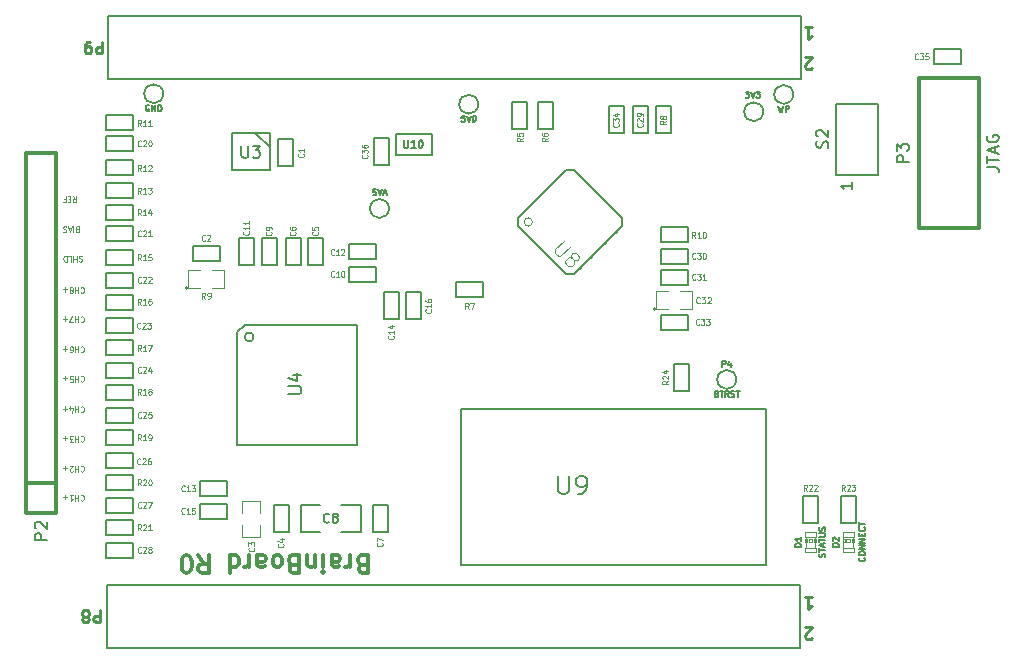
<source format=gto>
G04 (created by PCBNEW (2013-05-31 BZR 4019)-stable) date 7/22/2013 11:29:18 AM*
%MOIN*%
G04 Gerber Fmt 3.4, Leading zero omitted, Abs format*
%FSLAX34Y34*%
G01*
G70*
G90*
G04 APERTURE LIST*
%ADD10C,0.00590551*%
%ADD11C,0.0045*%
%ADD12C,0.00976378*%
%ADD13C,0.00787402*%
%ADD14C,0.011811*%
%ADD15C,0.005*%
%ADD16C,0.008*%
%ADD17C,0.0039*%
%ADD18C,0.012*%
%ADD19C,0.0026*%
%ADD20C,0.004*%
%ADD21C,0.006*%
%ADD22C,0.003*%
%ADD23C,0.0043*%
%ADD24C,0.0035*%
G04 APERTURE END LIST*
G54D10*
G54D11*
X-25697Y-4944D02*
X-25637Y-5039D01*
X-25594Y-4944D02*
X-25594Y-5144D01*
X-25662Y-5144D01*
X-25680Y-5134D01*
X-25688Y-5125D01*
X-25697Y-5105D01*
X-25697Y-5077D01*
X-25688Y-5058D01*
X-25680Y-5048D01*
X-25662Y-5039D01*
X-25594Y-5039D01*
X-25774Y-5048D02*
X-25834Y-5048D01*
X-25860Y-4944D02*
X-25774Y-4944D01*
X-25774Y-5144D01*
X-25860Y-5144D01*
X-25997Y-5048D02*
X-25937Y-5048D01*
X-25937Y-4944D02*
X-25937Y-5144D01*
X-26022Y-5144D01*
X-25439Y-11963D02*
X-25430Y-11953D01*
X-25405Y-11944D01*
X-25387Y-11944D01*
X-25362Y-11953D01*
X-25345Y-11972D01*
X-25336Y-11991D01*
X-25327Y-12029D01*
X-25327Y-12058D01*
X-25336Y-12096D01*
X-25345Y-12115D01*
X-25362Y-12134D01*
X-25387Y-12144D01*
X-25405Y-12144D01*
X-25430Y-12134D01*
X-25439Y-12125D01*
X-25516Y-11944D02*
X-25516Y-12144D01*
X-25516Y-12048D02*
X-25619Y-12048D01*
X-25619Y-11944D02*
X-25619Y-12144D01*
X-25782Y-12077D02*
X-25782Y-11944D01*
X-25739Y-12153D02*
X-25696Y-12010D01*
X-25807Y-12010D01*
X-25876Y-12020D02*
X-26013Y-12020D01*
X-25945Y-11944D02*
X-25945Y-12096D01*
X-25439Y-12938D02*
X-25430Y-12928D01*
X-25405Y-12919D01*
X-25387Y-12919D01*
X-25362Y-12928D01*
X-25345Y-12947D01*
X-25336Y-12966D01*
X-25327Y-13004D01*
X-25327Y-13033D01*
X-25336Y-13071D01*
X-25345Y-13090D01*
X-25362Y-13109D01*
X-25387Y-13119D01*
X-25405Y-13119D01*
X-25430Y-13109D01*
X-25439Y-13100D01*
X-25516Y-12919D02*
X-25516Y-13119D01*
X-25516Y-13023D02*
X-25619Y-13023D01*
X-25619Y-12919D02*
X-25619Y-13119D01*
X-25687Y-13119D02*
X-25799Y-13119D01*
X-25739Y-13042D01*
X-25765Y-13042D01*
X-25782Y-13033D01*
X-25790Y-13023D01*
X-25799Y-13004D01*
X-25799Y-12957D01*
X-25790Y-12938D01*
X-25782Y-12928D01*
X-25765Y-12919D01*
X-25713Y-12919D01*
X-25696Y-12928D01*
X-25687Y-12938D01*
X-25876Y-12995D02*
X-26013Y-12995D01*
X-25945Y-12919D02*
X-25945Y-13071D01*
X-25439Y-14913D02*
X-25430Y-14903D01*
X-25405Y-14894D01*
X-25387Y-14894D01*
X-25362Y-14903D01*
X-25345Y-14922D01*
X-25336Y-14941D01*
X-25327Y-14979D01*
X-25327Y-15008D01*
X-25336Y-15046D01*
X-25345Y-15065D01*
X-25362Y-15084D01*
X-25387Y-15094D01*
X-25405Y-15094D01*
X-25430Y-15084D01*
X-25439Y-15075D01*
X-25516Y-14894D02*
X-25516Y-15094D01*
X-25516Y-14998D02*
X-25619Y-14998D01*
X-25619Y-14894D02*
X-25619Y-15094D01*
X-25799Y-14894D02*
X-25696Y-14894D01*
X-25747Y-14894D02*
X-25747Y-15094D01*
X-25730Y-15065D01*
X-25713Y-15046D01*
X-25696Y-15036D01*
X-25876Y-14970D02*
X-26013Y-14970D01*
X-25945Y-14894D02*
X-25945Y-15046D01*
X-25439Y-13938D02*
X-25430Y-13928D01*
X-25405Y-13919D01*
X-25387Y-13919D01*
X-25362Y-13928D01*
X-25345Y-13947D01*
X-25336Y-13966D01*
X-25327Y-14004D01*
X-25327Y-14033D01*
X-25336Y-14071D01*
X-25345Y-14090D01*
X-25362Y-14109D01*
X-25387Y-14119D01*
X-25405Y-14119D01*
X-25430Y-14109D01*
X-25439Y-14100D01*
X-25516Y-13919D02*
X-25516Y-14119D01*
X-25516Y-14023D02*
X-25619Y-14023D01*
X-25619Y-13919D02*
X-25619Y-14119D01*
X-25696Y-14100D02*
X-25705Y-14109D01*
X-25722Y-14119D01*
X-25765Y-14119D01*
X-25782Y-14109D01*
X-25790Y-14100D01*
X-25799Y-14080D01*
X-25799Y-14061D01*
X-25790Y-14033D01*
X-25687Y-13919D01*
X-25799Y-13919D01*
X-25876Y-13995D02*
X-26013Y-13995D01*
X-25945Y-13919D02*
X-25945Y-14071D01*
X-25439Y-9963D02*
X-25430Y-9953D01*
X-25405Y-9944D01*
X-25387Y-9944D01*
X-25362Y-9953D01*
X-25345Y-9972D01*
X-25336Y-9991D01*
X-25327Y-10029D01*
X-25327Y-10058D01*
X-25336Y-10096D01*
X-25345Y-10115D01*
X-25362Y-10134D01*
X-25387Y-10144D01*
X-25405Y-10144D01*
X-25430Y-10134D01*
X-25439Y-10125D01*
X-25516Y-9944D02*
X-25516Y-10144D01*
X-25516Y-10048D02*
X-25619Y-10048D01*
X-25619Y-9944D02*
X-25619Y-10144D01*
X-25782Y-10144D02*
X-25747Y-10144D01*
X-25730Y-10134D01*
X-25722Y-10125D01*
X-25705Y-10096D01*
X-25696Y-10058D01*
X-25696Y-9982D01*
X-25705Y-9963D01*
X-25713Y-9953D01*
X-25730Y-9944D01*
X-25765Y-9944D01*
X-25782Y-9953D01*
X-25790Y-9963D01*
X-25799Y-9982D01*
X-25799Y-10029D01*
X-25790Y-10048D01*
X-25782Y-10058D01*
X-25765Y-10067D01*
X-25730Y-10067D01*
X-25713Y-10058D01*
X-25705Y-10048D01*
X-25696Y-10029D01*
X-25876Y-10020D02*
X-26013Y-10020D01*
X-25945Y-9944D02*
X-25945Y-10096D01*
X-25439Y-10938D02*
X-25430Y-10928D01*
X-25405Y-10919D01*
X-25387Y-10919D01*
X-25362Y-10928D01*
X-25345Y-10947D01*
X-25336Y-10966D01*
X-25327Y-11004D01*
X-25327Y-11033D01*
X-25336Y-11071D01*
X-25345Y-11090D01*
X-25362Y-11109D01*
X-25387Y-11119D01*
X-25405Y-11119D01*
X-25430Y-11109D01*
X-25439Y-11100D01*
X-25516Y-10919D02*
X-25516Y-11119D01*
X-25516Y-11023D02*
X-25619Y-11023D01*
X-25619Y-10919D02*
X-25619Y-11119D01*
X-25790Y-11119D02*
X-25705Y-11119D01*
X-25696Y-11023D01*
X-25705Y-11033D01*
X-25722Y-11042D01*
X-25765Y-11042D01*
X-25782Y-11033D01*
X-25790Y-11023D01*
X-25799Y-11004D01*
X-25799Y-10957D01*
X-25790Y-10938D01*
X-25782Y-10928D01*
X-25765Y-10919D01*
X-25722Y-10919D01*
X-25705Y-10928D01*
X-25696Y-10938D01*
X-25876Y-10995D02*
X-26013Y-10995D01*
X-25945Y-10919D02*
X-25945Y-11071D01*
X-25439Y-8963D02*
X-25430Y-8953D01*
X-25405Y-8944D01*
X-25387Y-8944D01*
X-25362Y-8953D01*
X-25345Y-8972D01*
X-25336Y-8991D01*
X-25327Y-9029D01*
X-25327Y-9058D01*
X-25336Y-9096D01*
X-25345Y-9115D01*
X-25362Y-9134D01*
X-25387Y-9144D01*
X-25405Y-9144D01*
X-25430Y-9134D01*
X-25439Y-9125D01*
X-25516Y-8944D02*
X-25516Y-9144D01*
X-25516Y-9048D02*
X-25619Y-9048D01*
X-25619Y-8944D02*
X-25619Y-9144D01*
X-25687Y-9144D02*
X-25807Y-9144D01*
X-25730Y-8944D01*
X-25876Y-9020D02*
X-26013Y-9020D01*
X-25945Y-8944D02*
X-25945Y-9096D01*
X-25439Y-7988D02*
X-25430Y-7978D01*
X-25405Y-7969D01*
X-25387Y-7969D01*
X-25362Y-7978D01*
X-25345Y-7997D01*
X-25336Y-8016D01*
X-25327Y-8054D01*
X-25327Y-8083D01*
X-25336Y-8121D01*
X-25345Y-8140D01*
X-25362Y-8159D01*
X-25387Y-8169D01*
X-25405Y-8169D01*
X-25430Y-8159D01*
X-25439Y-8150D01*
X-25516Y-7969D02*
X-25516Y-8169D01*
X-25516Y-8073D02*
X-25619Y-8073D01*
X-25619Y-7969D02*
X-25619Y-8169D01*
X-25730Y-8083D02*
X-25713Y-8092D01*
X-25705Y-8102D01*
X-25696Y-8121D01*
X-25696Y-8130D01*
X-25705Y-8150D01*
X-25713Y-8159D01*
X-25730Y-8169D01*
X-25765Y-8169D01*
X-25782Y-8159D01*
X-25790Y-8150D01*
X-25799Y-8130D01*
X-25799Y-8121D01*
X-25790Y-8102D01*
X-25782Y-8092D01*
X-25765Y-8083D01*
X-25730Y-8083D01*
X-25713Y-8073D01*
X-25705Y-8064D01*
X-25696Y-8045D01*
X-25696Y-8007D01*
X-25705Y-7988D01*
X-25713Y-7978D01*
X-25730Y-7969D01*
X-25765Y-7969D01*
X-25782Y-7978D01*
X-25790Y-7988D01*
X-25799Y-8007D01*
X-25799Y-8045D01*
X-25790Y-8064D01*
X-25782Y-8073D01*
X-25765Y-8083D01*
X-25876Y-8045D02*
X-26013Y-8045D01*
X-25945Y-7969D02*
X-25945Y-8121D01*
X-25391Y-6928D02*
X-25417Y-6919D01*
X-25460Y-6919D01*
X-25477Y-6928D01*
X-25485Y-6938D01*
X-25494Y-6957D01*
X-25494Y-6976D01*
X-25485Y-6995D01*
X-25477Y-7004D01*
X-25460Y-7014D01*
X-25425Y-7023D01*
X-25408Y-7033D01*
X-25400Y-7042D01*
X-25391Y-7061D01*
X-25391Y-7080D01*
X-25400Y-7100D01*
X-25408Y-7109D01*
X-25425Y-7119D01*
X-25468Y-7119D01*
X-25494Y-7109D01*
X-25571Y-6919D02*
X-25571Y-7119D01*
X-25571Y-7023D02*
X-25674Y-7023D01*
X-25674Y-6919D02*
X-25674Y-7119D01*
X-25845Y-6919D02*
X-25760Y-6919D01*
X-25760Y-7119D01*
X-25905Y-6919D02*
X-25905Y-7119D01*
X-25948Y-7119D01*
X-25974Y-7109D01*
X-25991Y-7090D01*
X-26000Y-7071D01*
X-26008Y-7033D01*
X-26008Y-7004D01*
X-26000Y-6966D01*
X-25991Y-6947D01*
X-25974Y-6928D01*
X-25948Y-6919D01*
X-25905Y-6919D01*
X-25557Y-6048D02*
X-25582Y-6039D01*
X-25591Y-6029D01*
X-25600Y-6010D01*
X-25600Y-5982D01*
X-25591Y-5963D01*
X-25582Y-5953D01*
X-25565Y-5944D01*
X-25497Y-5944D01*
X-25497Y-6144D01*
X-25557Y-6144D01*
X-25574Y-6134D01*
X-25582Y-6125D01*
X-25591Y-6105D01*
X-25591Y-6086D01*
X-25582Y-6067D01*
X-25574Y-6058D01*
X-25557Y-6048D01*
X-25497Y-6048D01*
X-25677Y-5944D02*
X-25677Y-6144D01*
X-25754Y-6001D02*
X-25840Y-6001D01*
X-25737Y-5944D02*
X-25797Y-6144D01*
X-25857Y-5944D01*
X-25908Y-5953D02*
X-25934Y-5944D01*
X-25977Y-5944D01*
X-25994Y-5953D01*
X-26002Y-5963D01*
X-26011Y-5982D01*
X-26011Y-6001D01*
X-26002Y-6020D01*
X-25994Y-6029D01*
X-25977Y-6039D01*
X-25942Y-6048D01*
X-25925Y-6058D01*
X-25917Y-6067D01*
X-25908Y-6086D01*
X-25908Y-6105D01*
X-25917Y-6125D01*
X-25925Y-6134D01*
X-25942Y-6144D01*
X-25985Y-6144D01*
X-26011Y-6134D01*
G54D12*
X-24711Y208D02*
X-24711Y-182D01*
X-24860Y-182D01*
X-24897Y-163D01*
X-24916Y-145D01*
X-24934Y-108D01*
X-24934Y-52D01*
X-24916Y-15D01*
X-24897Y3D01*
X-24860Y22D01*
X-24711Y22D01*
X-25120Y208D02*
X-25195Y208D01*
X-25232Y189D01*
X-25251Y170D01*
X-25288Y115D01*
X-25306Y40D01*
X-25306Y-108D01*
X-25288Y-145D01*
X-25269Y-163D01*
X-25232Y-182D01*
X-25158Y-182D01*
X-25120Y-163D01*
X-25102Y-145D01*
X-25083Y-108D01*
X-25083Y-15D01*
X-25102Y22D01*
X-25120Y40D01*
X-25158Y59D01*
X-25232Y59D01*
X-25269Y40D01*
X-25288Y22D01*
X-25306Y-15D01*
X-24786Y-18741D02*
X-24786Y-19132D01*
X-24935Y-19132D01*
X-24972Y-19113D01*
X-24991Y-19095D01*
X-25009Y-19058D01*
X-25009Y-19002D01*
X-24991Y-18965D01*
X-24972Y-18946D01*
X-24935Y-18927D01*
X-24786Y-18927D01*
X-25233Y-18965D02*
X-25195Y-18983D01*
X-25177Y-19002D01*
X-25158Y-19039D01*
X-25158Y-19058D01*
X-25177Y-19095D01*
X-25195Y-19113D01*
X-25233Y-19132D01*
X-25307Y-19132D01*
X-25344Y-19113D01*
X-25363Y-19095D01*
X-25381Y-19058D01*
X-25381Y-19039D01*
X-25363Y-19002D01*
X-25344Y-18983D01*
X-25307Y-18965D01*
X-25233Y-18965D01*
X-25195Y-18946D01*
X-25177Y-18927D01*
X-25158Y-18890D01*
X-25158Y-18816D01*
X-25177Y-18779D01*
X-25195Y-18760D01*
X-25233Y-18741D01*
X-25307Y-18741D01*
X-25344Y-18760D01*
X-25363Y-18779D01*
X-25381Y-18816D01*
X-25381Y-18890D01*
X-25363Y-18927D01*
X-25344Y-18946D01*
X-25307Y-18965D01*
X-1286Y683D02*
X-1063Y683D01*
X-1175Y683D02*
X-1175Y292D01*
X-1137Y348D01*
X-1100Y385D01*
X-1063Y404D01*
X-1063Y-670D02*
X-1082Y-688D01*
X-1119Y-707D01*
X-1212Y-707D01*
X-1249Y-688D01*
X-1267Y-670D01*
X-1286Y-633D01*
X-1286Y-595D01*
X-1267Y-540D01*
X-1044Y-316D01*
X-1286Y-316D01*
X-1063Y-19670D02*
X-1082Y-19688D01*
X-1119Y-19707D01*
X-1212Y-19707D01*
X-1249Y-19688D01*
X-1267Y-19670D01*
X-1286Y-19633D01*
X-1286Y-19595D01*
X-1267Y-19540D01*
X-1044Y-19316D01*
X-1286Y-19316D01*
X-1286Y-18316D02*
X-1063Y-18316D01*
X-1175Y-18316D02*
X-1175Y-18707D01*
X-1137Y-18651D01*
X-1100Y-18614D01*
X-1063Y-18595D01*
G54D13*
X-1425Y-1050D02*
X-1425Y1050D01*
X-24525Y1050D02*
X-24525Y-1050D01*
X-24525Y-1050D02*
X-1425Y-1050D01*
X-1425Y1050D02*
X-24525Y1050D01*
X-1450Y-17900D02*
X-24550Y-17900D01*
X-1450Y-20000D02*
X-1450Y-17900D01*
X-24550Y-20000D02*
X-1450Y-20000D01*
X-24550Y-17900D02*
X-24550Y-20000D01*
G54D14*
X-16053Y-17220D02*
X-16137Y-17192D01*
X-16165Y-17164D01*
X-16194Y-17107D01*
X-16194Y-17023D01*
X-16165Y-16967D01*
X-16137Y-16939D01*
X-16081Y-16910D01*
X-15856Y-16910D01*
X-15856Y-17501D01*
X-16053Y-17501D01*
X-16109Y-17473D01*
X-16137Y-17445D01*
X-16165Y-17389D01*
X-16165Y-17332D01*
X-16137Y-17276D01*
X-16109Y-17248D01*
X-16053Y-17220D01*
X-15856Y-17220D01*
X-16447Y-16910D02*
X-16447Y-17304D01*
X-16447Y-17192D02*
X-16475Y-17248D01*
X-16503Y-17276D01*
X-16559Y-17304D01*
X-16615Y-17304D01*
X-17065Y-16910D02*
X-17065Y-17220D01*
X-17037Y-17276D01*
X-16981Y-17304D01*
X-16869Y-17304D01*
X-16812Y-17276D01*
X-17065Y-16939D02*
X-17009Y-16910D01*
X-16869Y-16910D01*
X-16812Y-16939D01*
X-16784Y-16995D01*
X-16784Y-17051D01*
X-16812Y-17107D01*
X-16869Y-17135D01*
X-17009Y-17135D01*
X-17065Y-17164D01*
X-17347Y-16910D02*
X-17347Y-17304D01*
X-17347Y-17501D02*
X-17318Y-17473D01*
X-17347Y-17445D01*
X-17375Y-17473D01*
X-17347Y-17501D01*
X-17347Y-17445D01*
X-17628Y-17304D02*
X-17628Y-16910D01*
X-17628Y-17248D02*
X-17656Y-17276D01*
X-17712Y-17304D01*
X-17797Y-17304D01*
X-17853Y-17276D01*
X-17881Y-17220D01*
X-17881Y-16910D01*
X-18359Y-17220D02*
X-18443Y-17192D01*
X-18471Y-17164D01*
X-18500Y-17107D01*
X-18500Y-17023D01*
X-18471Y-16967D01*
X-18443Y-16939D01*
X-18387Y-16910D01*
X-18162Y-16910D01*
X-18162Y-17501D01*
X-18359Y-17501D01*
X-18415Y-17473D01*
X-18443Y-17445D01*
X-18471Y-17389D01*
X-18471Y-17332D01*
X-18443Y-17276D01*
X-18415Y-17248D01*
X-18359Y-17220D01*
X-18162Y-17220D01*
X-18837Y-16910D02*
X-18781Y-16939D01*
X-18753Y-16967D01*
X-18725Y-17023D01*
X-18725Y-17192D01*
X-18753Y-17248D01*
X-18781Y-17276D01*
X-18837Y-17304D01*
X-18921Y-17304D01*
X-18978Y-17276D01*
X-19006Y-17248D01*
X-19034Y-17192D01*
X-19034Y-17023D01*
X-19006Y-16967D01*
X-18978Y-16939D01*
X-18921Y-16910D01*
X-18837Y-16910D01*
X-19540Y-16910D02*
X-19540Y-17220D01*
X-19512Y-17276D01*
X-19456Y-17304D01*
X-19343Y-17304D01*
X-19287Y-17276D01*
X-19540Y-16939D02*
X-19484Y-16910D01*
X-19343Y-16910D01*
X-19287Y-16939D01*
X-19259Y-16995D01*
X-19259Y-17051D01*
X-19287Y-17107D01*
X-19343Y-17135D01*
X-19484Y-17135D01*
X-19540Y-17164D01*
X-19821Y-16910D02*
X-19821Y-17304D01*
X-19821Y-17192D02*
X-19849Y-17248D01*
X-19878Y-17276D01*
X-19934Y-17304D01*
X-19990Y-17304D01*
X-20440Y-16910D02*
X-20440Y-17501D01*
X-20440Y-16939D02*
X-20384Y-16910D01*
X-20271Y-16910D01*
X-20215Y-16939D01*
X-20187Y-16967D01*
X-20159Y-17023D01*
X-20159Y-17192D01*
X-20187Y-17248D01*
X-20215Y-17276D01*
X-20271Y-17304D01*
X-20384Y-17304D01*
X-20440Y-17276D01*
X-21509Y-16910D02*
X-21312Y-17192D01*
X-21171Y-16910D02*
X-21171Y-17501D01*
X-21396Y-17501D01*
X-21452Y-17473D01*
X-21480Y-17445D01*
X-21509Y-17389D01*
X-21509Y-17304D01*
X-21480Y-17248D01*
X-21452Y-17220D01*
X-21396Y-17192D01*
X-21171Y-17192D01*
X-21874Y-17501D02*
X-21930Y-17501D01*
X-21987Y-17473D01*
X-22015Y-17445D01*
X-22043Y-17389D01*
X-22071Y-17276D01*
X-22071Y-17135D01*
X-22043Y-17023D01*
X-22015Y-16967D01*
X-21987Y-16939D01*
X-21930Y-16910D01*
X-21874Y-16910D01*
X-21818Y-16939D01*
X-21790Y-16967D01*
X-21762Y-17023D01*
X-21734Y-17135D01*
X-21734Y-17276D01*
X-21762Y-17389D01*
X-21790Y-17445D01*
X-21818Y-17473D01*
X-21874Y-17501D01*
G54D15*
X-12750Y-17223D02*
X-2594Y-17223D01*
X-2594Y-17223D02*
X-2594Y-12027D01*
X-2594Y-12027D02*
X-12750Y-12027D01*
X-12750Y-12027D02*
X-12750Y-17223D01*
G54D16*
X-5704Y-17223D02*
X-5035Y-17223D01*
X-5704Y-12027D02*
X-5035Y-12027D01*
X-12750Y-17223D02*
X-12750Y-16829D01*
X-12750Y-17223D02*
X-12357Y-17223D01*
X-12750Y-12027D02*
X-12750Y-12421D01*
X-12750Y-12027D02*
X-12357Y-12027D01*
X-2594Y-12027D02*
X-2594Y-12421D01*
X-2594Y-12027D02*
X-2988Y-12027D01*
X-2594Y-17223D02*
X-2594Y-16829D01*
X-2594Y-17223D02*
X-2988Y-17223D01*
X-19668Y-9632D02*
G75*
G03X-19668Y-9632I-150J0D01*
G74*
G01*
X-16218Y-13232D02*
X-16218Y-9232D01*
X-16218Y-9232D02*
X-19968Y-9232D01*
X-19968Y-9232D02*
X-20218Y-9482D01*
X-20218Y-9482D02*
X-20218Y-13232D01*
X-20218Y-13232D02*
X-16218Y-13232D01*
G54D17*
X-19450Y-15900D02*
X-19450Y-16300D01*
X-19450Y-16300D02*
X-20050Y-16300D01*
X-20050Y-16300D02*
X-20050Y-15900D01*
X-20050Y-15500D02*
X-20050Y-15100D01*
X-20050Y-15100D02*
X-19450Y-15100D01*
X-19450Y-15100D02*
X-19450Y-15500D01*
G54D15*
X-14925Y-3575D02*
X-14925Y-2875D01*
X-14925Y-2875D02*
X-13725Y-2875D01*
X-13725Y-2875D02*
X-13725Y-3575D01*
X-13725Y-3575D02*
X-14925Y-3575D01*
G54D17*
X-21850Y-8000D02*
G75*
G03X-21850Y-8000I-50J0D01*
G74*
G01*
X-21450Y-8000D02*
X-21850Y-8000D01*
X-21850Y-8000D02*
X-21850Y-7400D01*
X-21850Y-7400D02*
X-21450Y-7400D01*
X-21050Y-7400D02*
X-20650Y-7400D01*
X-20650Y-7400D02*
X-20650Y-8000D01*
X-20650Y-8000D02*
X-21050Y-8000D01*
G54D15*
X-24600Y-15750D02*
X-23700Y-15750D01*
X-23700Y-15750D02*
X-23700Y-16250D01*
X-23700Y-16250D02*
X-24600Y-16250D01*
X-24600Y-16250D02*
X-24600Y-15750D01*
X-24600Y-5250D02*
X-23700Y-5250D01*
X-23700Y-5250D02*
X-23700Y-5750D01*
X-23700Y-5750D02*
X-24600Y-5750D01*
X-24600Y-5750D02*
X-24600Y-5250D01*
X-24600Y-14250D02*
X-23700Y-14250D01*
X-23700Y-14250D02*
X-23700Y-14750D01*
X-23700Y-14750D02*
X-24600Y-14750D01*
X-24600Y-14750D02*
X-24600Y-14250D01*
X-24600Y-12750D02*
X-23700Y-12750D01*
X-23700Y-12750D02*
X-23700Y-13250D01*
X-23700Y-13250D02*
X-24600Y-13250D01*
X-24600Y-13250D02*
X-24600Y-12750D01*
X-24600Y-11250D02*
X-23700Y-11250D01*
X-23700Y-11250D02*
X-23700Y-11750D01*
X-23700Y-11750D02*
X-24600Y-11750D01*
X-24600Y-11750D02*
X-24600Y-11250D01*
X-24600Y-9750D02*
X-23700Y-9750D01*
X-23700Y-9750D02*
X-23700Y-10250D01*
X-23700Y-10250D02*
X-24600Y-10250D01*
X-24600Y-10250D02*
X-24600Y-9750D01*
X-24600Y-8250D02*
X-23700Y-8250D01*
X-23700Y-8250D02*
X-23700Y-8750D01*
X-23700Y-8750D02*
X-24600Y-8750D01*
X-24600Y-8750D02*
X-24600Y-8250D01*
X-24600Y-6750D02*
X-23700Y-6750D01*
X-23700Y-6750D02*
X-23700Y-7250D01*
X-23700Y-7250D02*
X-24600Y-7250D01*
X-24600Y-7250D02*
X-24600Y-6750D01*
X-23700Y-12500D02*
X-24600Y-12500D01*
X-24600Y-12500D02*
X-24600Y-12000D01*
X-24600Y-12000D02*
X-23700Y-12000D01*
X-23700Y-12000D02*
X-23700Y-12500D01*
X-14575Y-9050D02*
X-14575Y-8150D01*
X-14575Y-8150D02*
X-14075Y-8150D01*
X-14075Y-8150D02*
X-14075Y-9050D01*
X-14075Y-9050D02*
X-14575Y-9050D01*
X-24600Y-3750D02*
X-23700Y-3750D01*
X-23700Y-3750D02*
X-23700Y-4250D01*
X-23700Y-4250D02*
X-24600Y-4250D01*
X-24600Y-4250D02*
X-24600Y-3750D01*
X-24600Y-2250D02*
X-23700Y-2250D01*
X-23700Y-2250D02*
X-23700Y-2750D01*
X-23700Y-2750D02*
X-24600Y-2750D01*
X-24600Y-2750D02*
X-24600Y-2250D01*
X-24600Y-4500D02*
X-23700Y-4500D01*
X-23700Y-4500D02*
X-23700Y-5000D01*
X-23700Y-5000D02*
X-24600Y-5000D01*
X-24600Y-5000D02*
X-24600Y-4500D01*
X-6100Y-8900D02*
X-5200Y-8900D01*
X-5200Y-8900D02*
X-5200Y-9400D01*
X-5200Y-9400D02*
X-6100Y-9400D01*
X-6100Y-9400D02*
X-6100Y-8900D01*
X-6100Y-6700D02*
X-5200Y-6700D01*
X-5200Y-6700D02*
X-5200Y-7200D01*
X-5200Y-7200D02*
X-6100Y-7200D01*
X-6100Y-7200D02*
X-6100Y-6700D01*
X-7025Y-2850D02*
X-7025Y-1950D01*
X-7025Y-1950D02*
X-6525Y-1950D01*
X-6525Y-1950D02*
X-6525Y-2850D01*
X-6525Y-2850D02*
X-7025Y-2850D01*
X-23700Y-17000D02*
X-24600Y-17000D01*
X-24600Y-17000D02*
X-24600Y-16500D01*
X-24600Y-16500D02*
X-23700Y-16500D01*
X-23700Y-16500D02*
X-23700Y-17000D01*
X-7825Y-2850D02*
X-7825Y-1950D01*
X-7825Y-1950D02*
X-7325Y-1950D01*
X-7325Y-1950D02*
X-7325Y-2850D01*
X-7325Y-2850D02*
X-7825Y-2850D01*
X-5150Y-10550D02*
X-5150Y-11450D01*
X-5150Y-11450D02*
X-5650Y-11450D01*
X-5650Y-11450D02*
X-5650Y-10550D01*
X-5650Y-10550D02*
X-5150Y-10550D01*
X3025Y-50D02*
X3925Y-50D01*
X3925Y-50D02*
X3925Y-550D01*
X3925Y-550D02*
X3025Y-550D01*
X3025Y-550D02*
X3025Y-50D01*
X-16500Y-6550D02*
X-15600Y-6550D01*
X-15600Y-6550D02*
X-15600Y-7050D01*
X-15600Y-7050D02*
X-16500Y-7050D01*
X-16500Y-7050D02*
X-16500Y-6550D01*
X-10200Y-2700D02*
X-10200Y-1800D01*
X-10200Y-1800D02*
X-9700Y-1800D01*
X-9700Y-1800D02*
X-9700Y-2700D01*
X-9700Y-2700D02*
X-10200Y-2700D01*
X-11050Y-2700D02*
X-11050Y-1800D01*
X-11050Y-1800D02*
X-10550Y-1800D01*
X-10550Y-1800D02*
X-10550Y-2700D01*
X-10550Y-2700D02*
X-11050Y-2700D01*
X-18500Y-15250D02*
X-18500Y-16150D01*
X-18500Y-16150D02*
X-19000Y-16150D01*
X-19000Y-16150D02*
X-19000Y-15250D01*
X-19000Y-15250D02*
X-18500Y-15250D01*
X-17850Y-7250D02*
X-17850Y-6350D01*
X-17850Y-6350D02*
X-17350Y-6350D01*
X-17350Y-6350D02*
X-17350Y-7250D01*
X-17350Y-7250D02*
X-17850Y-7250D01*
X-18600Y-7250D02*
X-18600Y-6350D01*
X-18600Y-6350D02*
X-18100Y-6350D01*
X-18100Y-6350D02*
X-18100Y-7250D01*
X-18100Y-7250D02*
X-18600Y-7250D01*
X-16500Y-7300D02*
X-15600Y-7300D01*
X-15600Y-7300D02*
X-15600Y-7800D01*
X-15600Y-7800D02*
X-16500Y-7800D01*
X-16500Y-7800D02*
X-16500Y-7300D01*
X-23700Y-15500D02*
X-24600Y-15500D01*
X-24600Y-15500D02*
X-24600Y-15000D01*
X-24600Y-15000D02*
X-23700Y-15000D01*
X-23700Y-15000D02*
X-23700Y-15500D01*
X-15325Y-9050D02*
X-15325Y-8150D01*
X-15325Y-8150D02*
X-14825Y-8150D01*
X-14825Y-8150D02*
X-14825Y-9050D01*
X-14825Y-9050D02*
X-15325Y-9050D01*
X-19400Y-7250D02*
X-19400Y-6350D01*
X-19400Y-6350D02*
X-18900Y-6350D01*
X-18900Y-6350D02*
X-18900Y-7250D01*
X-18900Y-7250D02*
X-19400Y-7250D01*
X-20150Y-7250D02*
X-20150Y-6350D01*
X-20150Y-6350D02*
X-19650Y-6350D01*
X-19650Y-6350D02*
X-19650Y-7250D01*
X-19650Y-7250D02*
X-20150Y-7250D01*
X-23700Y-14000D02*
X-24600Y-14000D01*
X-24600Y-14000D02*
X-24600Y-13500D01*
X-24600Y-13500D02*
X-23700Y-13500D01*
X-23700Y-13500D02*
X-23700Y-14000D01*
X-23700Y-11000D02*
X-24600Y-11000D01*
X-24600Y-11000D02*
X-24600Y-10500D01*
X-24600Y-10500D02*
X-23700Y-10500D01*
X-23700Y-10500D02*
X-23700Y-11000D01*
X-23700Y-9500D02*
X-24600Y-9500D01*
X-24600Y-9500D02*
X-24600Y-9000D01*
X-24600Y-9000D02*
X-23700Y-9000D01*
X-23700Y-9000D02*
X-23700Y-9500D01*
X-23700Y-8000D02*
X-24600Y-8000D01*
X-24600Y-8000D02*
X-24600Y-7500D01*
X-24600Y-7500D02*
X-23700Y-7500D01*
X-23700Y-7500D02*
X-23700Y-8000D01*
X-23700Y-6450D02*
X-24600Y-6450D01*
X-24600Y-6450D02*
X-24600Y-5950D01*
X-24600Y-5950D02*
X-23700Y-5950D01*
X-23700Y-5950D02*
X-23700Y-6450D01*
X-23700Y-3450D02*
X-24600Y-3450D01*
X-24600Y-3450D02*
X-24600Y-2950D01*
X-24600Y-2950D02*
X-23700Y-2950D01*
X-23700Y-2950D02*
X-23700Y-3450D01*
X-18850Y-3950D02*
X-18850Y-3050D01*
X-18850Y-3050D02*
X-18350Y-3050D01*
X-18350Y-3050D02*
X-18350Y-3950D01*
X-18350Y-3950D02*
X-18850Y-3950D01*
X-5200Y-6475D02*
X-6100Y-6475D01*
X-6100Y-6475D02*
X-6100Y-5975D01*
X-6100Y-5975D02*
X-5200Y-5975D01*
X-5200Y-5975D02*
X-5200Y-6475D01*
X-5750Y-1950D02*
X-5750Y-2850D01*
X-5750Y-2850D02*
X-6250Y-2850D01*
X-6250Y-2850D02*
X-6250Y-1950D01*
X-6250Y-1950D02*
X-5750Y-1950D01*
X-12925Y-7800D02*
X-12025Y-7800D01*
X-12025Y-7800D02*
X-12025Y-8300D01*
X-12025Y-8300D02*
X-12925Y-8300D01*
X-12925Y-8300D02*
X-12925Y-7800D01*
X-20550Y-15700D02*
X-21450Y-15700D01*
X-21450Y-15700D02*
X-21450Y-15200D01*
X-21450Y-15200D02*
X-20550Y-15200D01*
X-20550Y-15200D02*
X-20550Y-15700D01*
X-20550Y-14950D02*
X-21450Y-14950D01*
X-21450Y-14950D02*
X-21450Y-14450D01*
X-21450Y-14450D02*
X-20550Y-14450D01*
X-20550Y-14450D02*
X-20550Y-14950D01*
G54D18*
X4500Y-1000D02*
X4500Y-6000D01*
X4500Y-6000D02*
X2500Y-6000D01*
X2500Y-6000D02*
X2500Y-1000D01*
X2500Y-1000D02*
X4500Y-1000D01*
G54D14*
X-27250Y-15500D02*
X-27250Y-3500D01*
X-27250Y-3500D02*
X-26250Y-3500D01*
X-26250Y-3500D02*
X-26250Y-15500D01*
G54D18*
X-26250Y-15500D02*
X-27250Y-15500D01*
X-26250Y-14500D02*
X-27250Y-14500D01*
G54D16*
X-19625Y-2825D02*
X-19125Y-3300D01*
X-19125Y-2825D02*
X-20375Y-2825D01*
X-20375Y-2825D02*
X-20375Y-4075D01*
X-20375Y-4075D02*
X-19125Y-4075D01*
X-19125Y-4075D02*
X-19125Y-2825D01*
G54D15*
X-1683Y-1550D02*
G75*
G03X-1683Y-1550I-316J0D01*
G74*
G01*
X-15650Y-3900D02*
X-15650Y-3000D01*
X-15650Y-3000D02*
X-15150Y-3000D01*
X-15150Y-3000D02*
X-15150Y-3900D01*
X-15150Y-3900D02*
X-15650Y-3900D01*
X-15200Y-15250D02*
X-15200Y-16150D01*
X-15200Y-16150D02*
X-15700Y-16150D01*
X-15700Y-16150D02*
X-15700Y-15250D01*
X-15700Y-15250D02*
X-15200Y-15250D01*
X-20800Y-7100D02*
X-21700Y-7100D01*
X-21700Y-7100D02*
X-21700Y-6600D01*
X-21700Y-6600D02*
X-20800Y-6600D01*
X-20800Y-6600D02*
X-20800Y-7100D01*
X-6100Y-7400D02*
X-5200Y-7400D01*
X-5200Y-7400D02*
X-5200Y-7900D01*
X-5200Y-7900D02*
X-6100Y-7900D01*
X-6100Y-7900D02*
X-6100Y-7400D01*
G54D17*
X-6250Y-8700D02*
G75*
G03X-6250Y-8700I-50J0D01*
G74*
G01*
X-5850Y-8700D02*
X-6250Y-8700D01*
X-6250Y-8700D02*
X-6250Y-8100D01*
X-6250Y-8100D02*
X-5850Y-8100D01*
X-5450Y-8100D02*
X-5050Y-8100D01*
X-5050Y-8100D02*
X-5050Y-8700D01*
X-5050Y-8700D02*
X-5450Y-8700D01*
G54D15*
X-18100Y-15250D02*
X-18100Y-16150D01*
X-18100Y-16150D02*
X-17450Y-16150D01*
X-16750Y-15250D02*
X-16100Y-15250D01*
X-16100Y-15250D02*
X-16100Y-16150D01*
X-16100Y-16150D02*
X-16750Y-16150D01*
X-17450Y-15250D02*
X-18100Y-15250D01*
G54D10*
X-262Y-4231D02*
X1154Y-4231D01*
X1154Y-4231D02*
X1154Y-1868D01*
X1154Y-1868D02*
X-262Y-1868D01*
X-262Y-1868D02*
X-262Y-4231D01*
G54D15*
X-1350Y-15825D02*
X-1350Y-14925D01*
X-1350Y-14925D02*
X-850Y-14925D01*
X-850Y-14925D02*
X-850Y-15825D01*
X-850Y-15825D02*
X-1350Y-15825D01*
X-100Y-15850D02*
X-100Y-14950D01*
X-100Y-14950D02*
X400Y-14950D01*
X400Y-14950D02*
X400Y-15850D01*
X400Y-15850D02*
X-100Y-15850D01*
G54D19*
X-1277Y-16298D02*
X-923Y-16298D01*
X-923Y-16298D02*
X-923Y-16141D01*
X-1277Y-16141D02*
X-923Y-16141D01*
X-1277Y-16298D02*
X-1277Y-16141D01*
X-1277Y-16809D02*
X-923Y-16809D01*
X-923Y-16809D02*
X-923Y-16652D01*
X-1277Y-16652D02*
X-923Y-16652D01*
X-1277Y-16809D02*
X-1277Y-16652D01*
X-1277Y-16475D02*
X-1218Y-16475D01*
X-1218Y-16475D02*
X-1218Y-16357D01*
X-1277Y-16357D02*
X-1218Y-16357D01*
X-1277Y-16475D02*
X-1277Y-16357D01*
X-982Y-16475D02*
X-923Y-16475D01*
X-923Y-16475D02*
X-923Y-16357D01*
X-982Y-16357D02*
X-923Y-16357D01*
X-982Y-16475D02*
X-982Y-16357D01*
X-1159Y-16475D02*
X-1041Y-16475D01*
X-1041Y-16475D02*
X-1041Y-16357D01*
X-1159Y-16357D02*
X-1041Y-16357D01*
X-1159Y-16475D02*
X-1159Y-16357D01*
G54D20*
X-1257Y-16298D02*
X-1257Y-16652D01*
X-943Y-16298D02*
X-943Y-16652D01*
G54D19*
X-27Y-16298D02*
X327Y-16298D01*
X327Y-16298D02*
X327Y-16141D01*
X-27Y-16141D02*
X327Y-16141D01*
X-27Y-16298D02*
X-27Y-16141D01*
X-27Y-16809D02*
X327Y-16809D01*
X327Y-16809D02*
X327Y-16652D01*
X-27Y-16652D02*
X327Y-16652D01*
X-27Y-16809D02*
X-27Y-16652D01*
X-27Y-16475D02*
X32Y-16475D01*
X32Y-16475D02*
X32Y-16357D01*
X-27Y-16357D02*
X32Y-16357D01*
X-27Y-16475D02*
X-27Y-16357D01*
X268Y-16475D02*
X327Y-16475D01*
X327Y-16475D02*
X327Y-16357D01*
X268Y-16357D02*
X327Y-16357D01*
X268Y-16475D02*
X268Y-16357D01*
X91Y-16475D02*
X209Y-16475D01*
X209Y-16475D02*
X209Y-16357D01*
X91Y-16357D02*
X209Y-16357D01*
X91Y-16475D02*
X91Y-16357D01*
G54D20*
X-7Y-16298D02*
X-7Y-16652D01*
X307Y-16298D02*
X307Y-16652D01*
G54D15*
X-12183Y-1875D02*
G75*
G03X-12183Y-1875I-316J0D01*
G74*
G01*
X-2683Y-2125D02*
G75*
G03X-2683Y-2125I-316J0D01*
G74*
G01*
X-22683Y-1525D02*
G75*
G03X-22683Y-1525I-316J0D01*
G74*
G01*
X-15158Y-5350D02*
G75*
G03X-15158Y-5350I-316J0D01*
G74*
G01*
X-3583Y-11050D02*
G75*
G03X-3583Y-11050I-316J0D01*
G74*
G01*
G54D19*
X-8993Y-4054D02*
X-8910Y-4138D01*
X-8854Y-4194D02*
X-8770Y-4277D01*
X-8715Y-4332D02*
X-8631Y-4416D01*
X-8576Y-4472D02*
X-8492Y-4555D01*
X-8436Y-4611D02*
X-8353Y-4694D01*
X-8297Y-4750D02*
X-8214Y-4834D01*
X-8159Y-4889D02*
X-8075Y-4972D01*
X-8019Y-5028D02*
X-7936Y-5111D01*
X-7880Y-5167D02*
X-7797Y-5251D01*
X-7741Y-5306D02*
X-7657Y-5390D01*
X-7602Y-5445D02*
X-7519Y-5529D01*
X-7463Y-5585D02*
X-7379Y-5668D01*
X-7463Y-6014D02*
X-7379Y-5931D01*
X-7602Y-6154D02*
X-7519Y-6070D01*
X-7741Y-6293D02*
X-7657Y-6209D01*
X-7880Y-6432D02*
X-7797Y-6348D01*
X-8019Y-6571D02*
X-7936Y-6488D01*
X-8159Y-6710D02*
X-8075Y-6627D01*
X-8297Y-6849D02*
X-8214Y-6765D01*
X-8436Y-6988D02*
X-8353Y-6905D01*
X-8576Y-7127D02*
X-8492Y-7044D01*
X-8715Y-7267D02*
X-8631Y-7183D01*
X-8854Y-7405D02*
X-8770Y-7322D01*
X-8993Y-7545D02*
X-8910Y-7461D01*
X-9339Y-7461D02*
X-9256Y-7545D01*
X-9479Y-7322D02*
X-9395Y-7405D01*
X-9618Y-7183D02*
X-9534Y-7267D01*
X-9757Y-7044D02*
X-9673Y-7127D01*
X-9896Y-6905D02*
X-9813Y-6988D01*
X-10035Y-6765D02*
X-9952Y-6849D01*
X-10174Y-6627D02*
X-10090Y-6710D01*
X-10313Y-6488D02*
X-10230Y-6571D01*
X-10452Y-6348D02*
X-10369Y-6432D01*
X-10592Y-6209D02*
X-10508Y-6293D01*
X-10730Y-6070D02*
X-10647Y-6154D01*
X-10870Y-5931D02*
X-10786Y-6014D01*
X-10870Y-5668D02*
X-10786Y-5585D01*
X-10730Y-5529D02*
X-10647Y-5445D01*
X-10452Y-5251D02*
X-10369Y-5167D01*
X-10592Y-5390D02*
X-10508Y-5306D01*
X-10174Y-4972D02*
X-10090Y-4889D01*
X-10313Y-5111D02*
X-10230Y-5028D01*
X-9896Y-4694D02*
X-9813Y-4611D01*
X-10035Y-4834D02*
X-9952Y-4750D01*
X-9618Y-4416D02*
X-9534Y-4332D01*
X-9757Y-4555D02*
X-9673Y-4472D01*
X-9479Y-4277D02*
X-9395Y-4194D01*
X-9339Y-4138D02*
X-9256Y-4054D01*
G54D21*
X-10863Y-5661D02*
X-10863Y-5938D01*
X-10863Y-5938D02*
X-9263Y-7538D01*
X-9263Y-7538D02*
X-8986Y-7538D01*
X-8986Y-7538D02*
X-7386Y-5938D01*
X-7386Y-5938D02*
X-7386Y-5661D01*
X-7386Y-5661D02*
X-8986Y-4061D01*
X-8986Y-4061D02*
X-9263Y-4061D01*
X-9263Y-4061D02*
X-10863Y-5661D01*
G54D22*
X-10377Y-5800D02*
G75*
G03X-10377Y-5800I-138J0D01*
G74*
G01*
G54D10*
X-9507Y-14267D02*
X-9507Y-14753D01*
X-9478Y-14810D01*
X-9450Y-14839D01*
X-9392Y-14867D01*
X-9278Y-14867D01*
X-9221Y-14839D01*
X-9192Y-14810D01*
X-9164Y-14753D01*
X-9164Y-14267D01*
X-8850Y-14867D02*
X-8735Y-14867D01*
X-8678Y-14839D01*
X-8650Y-14810D01*
X-8592Y-14725D01*
X-8564Y-14610D01*
X-8564Y-14382D01*
X-8592Y-14325D01*
X-8621Y-14296D01*
X-8678Y-14267D01*
X-8792Y-14267D01*
X-8850Y-14296D01*
X-8878Y-14325D01*
X-8907Y-14382D01*
X-8907Y-14525D01*
X-8878Y-14582D01*
X-8850Y-14610D01*
X-8792Y-14639D01*
X-8678Y-14639D01*
X-8621Y-14610D01*
X-8592Y-14582D01*
X-8564Y-14525D01*
G54D15*
X-18507Y-11529D02*
X-18157Y-11529D01*
X-18115Y-11509D01*
X-18095Y-11488D01*
X-18074Y-11447D01*
X-18074Y-11364D01*
X-18095Y-11323D01*
X-18115Y-11303D01*
X-18157Y-11282D01*
X-18507Y-11282D01*
X-18363Y-10890D02*
X-18074Y-10890D01*
X-18528Y-10993D02*
X-18219Y-11096D01*
X-18219Y-10828D01*
G54D23*
X-19664Y-16657D02*
X-19654Y-16667D01*
X-19645Y-16695D01*
X-19645Y-16714D01*
X-19654Y-16742D01*
X-19673Y-16761D01*
X-19692Y-16770D01*
X-19729Y-16779D01*
X-19757Y-16779D01*
X-19795Y-16770D01*
X-19814Y-16761D01*
X-19832Y-16742D01*
X-19842Y-16714D01*
X-19842Y-16695D01*
X-19832Y-16667D01*
X-19823Y-16657D01*
X-19842Y-16592D02*
X-19842Y-16470D01*
X-19767Y-16535D01*
X-19767Y-16507D01*
X-19757Y-16488D01*
X-19748Y-16479D01*
X-19729Y-16470D01*
X-19682Y-16470D01*
X-19664Y-16479D01*
X-19654Y-16488D01*
X-19645Y-16507D01*
X-19645Y-16564D01*
X-19654Y-16582D01*
X-19664Y-16592D01*
G54D15*
X-14659Y-3076D02*
X-14659Y-3278D01*
X-14647Y-3302D01*
X-14635Y-3314D01*
X-14611Y-3326D01*
X-14564Y-3326D01*
X-14540Y-3314D01*
X-14528Y-3302D01*
X-14516Y-3278D01*
X-14516Y-3076D01*
X-14266Y-3326D02*
X-14409Y-3326D01*
X-14338Y-3326D02*
X-14338Y-3076D01*
X-14361Y-3111D01*
X-14385Y-3135D01*
X-14409Y-3147D01*
X-14111Y-3076D02*
X-14088Y-3076D01*
X-14064Y-3088D01*
X-14052Y-3100D01*
X-14040Y-3123D01*
X-14028Y-3171D01*
X-14028Y-3230D01*
X-14040Y-3278D01*
X-14052Y-3302D01*
X-14064Y-3314D01*
X-14088Y-3326D01*
X-14111Y-3326D01*
X-14135Y-3314D01*
X-14147Y-3302D01*
X-14159Y-3278D01*
X-14171Y-3230D01*
X-14171Y-3171D01*
X-14159Y-3123D01*
X-14147Y-3100D01*
X-14135Y-3088D01*
X-14111Y-3076D01*
G54D23*
X-21282Y-8354D02*
X-21348Y-8260D01*
X-21395Y-8354D02*
X-21395Y-8157D01*
X-21320Y-8157D01*
X-21301Y-8167D01*
X-21292Y-8176D01*
X-21282Y-8195D01*
X-21282Y-8223D01*
X-21292Y-8242D01*
X-21301Y-8251D01*
X-21320Y-8260D01*
X-21395Y-8260D01*
X-21189Y-8354D02*
X-21151Y-8354D01*
X-21132Y-8345D01*
X-21123Y-8335D01*
X-21104Y-8307D01*
X-21095Y-8270D01*
X-21095Y-8195D01*
X-21104Y-8176D01*
X-21113Y-8167D01*
X-21132Y-8157D01*
X-21170Y-8157D01*
X-21189Y-8167D01*
X-21198Y-8176D01*
X-21207Y-8195D01*
X-21207Y-8242D01*
X-21198Y-8260D01*
X-21189Y-8270D01*
X-21170Y-8279D01*
X-21132Y-8279D01*
X-21113Y-8270D01*
X-21104Y-8260D01*
X-21095Y-8242D01*
G54D11*
X-23415Y-16080D02*
X-23475Y-15985D01*
X-23518Y-16080D02*
X-23518Y-15880D01*
X-23450Y-15880D01*
X-23432Y-15890D01*
X-23424Y-15900D01*
X-23415Y-15919D01*
X-23415Y-15947D01*
X-23424Y-15966D01*
X-23432Y-15976D01*
X-23450Y-15985D01*
X-23518Y-15985D01*
X-23347Y-15900D02*
X-23338Y-15890D01*
X-23321Y-15880D01*
X-23278Y-15880D01*
X-23261Y-15890D01*
X-23252Y-15900D01*
X-23244Y-15919D01*
X-23244Y-15938D01*
X-23252Y-15966D01*
X-23355Y-16080D01*
X-23244Y-16080D01*
X-23072Y-16080D02*
X-23175Y-16080D01*
X-23124Y-16080D02*
X-23124Y-15880D01*
X-23141Y-15909D01*
X-23158Y-15928D01*
X-23175Y-15938D01*
X-23415Y-5580D02*
X-23475Y-5485D01*
X-23518Y-5580D02*
X-23518Y-5380D01*
X-23450Y-5380D01*
X-23432Y-5390D01*
X-23424Y-5400D01*
X-23415Y-5419D01*
X-23415Y-5447D01*
X-23424Y-5466D01*
X-23432Y-5476D01*
X-23450Y-5485D01*
X-23518Y-5485D01*
X-23244Y-5580D02*
X-23347Y-5580D01*
X-23295Y-5580D02*
X-23295Y-5380D01*
X-23312Y-5409D01*
X-23330Y-5428D01*
X-23347Y-5438D01*
X-23090Y-5447D02*
X-23090Y-5580D01*
X-23132Y-5371D02*
X-23175Y-5514D01*
X-23064Y-5514D01*
X-23415Y-14580D02*
X-23475Y-14485D01*
X-23518Y-14580D02*
X-23518Y-14380D01*
X-23450Y-14380D01*
X-23432Y-14390D01*
X-23424Y-14400D01*
X-23415Y-14419D01*
X-23415Y-14447D01*
X-23424Y-14466D01*
X-23432Y-14476D01*
X-23450Y-14485D01*
X-23518Y-14485D01*
X-23347Y-14400D02*
X-23338Y-14390D01*
X-23321Y-14380D01*
X-23278Y-14380D01*
X-23261Y-14390D01*
X-23252Y-14400D01*
X-23244Y-14419D01*
X-23244Y-14438D01*
X-23252Y-14466D01*
X-23355Y-14580D01*
X-23244Y-14580D01*
X-23132Y-14380D02*
X-23115Y-14380D01*
X-23098Y-14390D01*
X-23090Y-14400D01*
X-23081Y-14419D01*
X-23072Y-14457D01*
X-23072Y-14504D01*
X-23081Y-14542D01*
X-23090Y-14561D01*
X-23098Y-14571D01*
X-23115Y-14580D01*
X-23132Y-14580D01*
X-23150Y-14571D01*
X-23158Y-14561D01*
X-23167Y-14542D01*
X-23175Y-14504D01*
X-23175Y-14457D01*
X-23167Y-14419D01*
X-23158Y-14400D01*
X-23150Y-14390D01*
X-23132Y-14380D01*
X-23415Y-13080D02*
X-23475Y-12985D01*
X-23518Y-13080D02*
X-23518Y-12880D01*
X-23450Y-12880D01*
X-23432Y-12890D01*
X-23424Y-12900D01*
X-23415Y-12919D01*
X-23415Y-12947D01*
X-23424Y-12966D01*
X-23432Y-12976D01*
X-23450Y-12985D01*
X-23518Y-12985D01*
X-23244Y-13080D02*
X-23347Y-13080D01*
X-23295Y-13080D02*
X-23295Y-12880D01*
X-23312Y-12909D01*
X-23330Y-12928D01*
X-23347Y-12938D01*
X-23158Y-13080D02*
X-23124Y-13080D01*
X-23107Y-13071D01*
X-23098Y-13061D01*
X-23081Y-13033D01*
X-23072Y-12995D01*
X-23072Y-12919D01*
X-23081Y-12900D01*
X-23090Y-12890D01*
X-23107Y-12880D01*
X-23141Y-12880D01*
X-23158Y-12890D01*
X-23167Y-12900D01*
X-23175Y-12919D01*
X-23175Y-12966D01*
X-23167Y-12985D01*
X-23158Y-12995D01*
X-23141Y-13004D01*
X-23107Y-13004D01*
X-23090Y-12995D01*
X-23081Y-12985D01*
X-23072Y-12966D01*
X-23415Y-11555D02*
X-23475Y-11460D01*
X-23518Y-11555D02*
X-23518Y-11355D01*
X-23450Y-11355D01*
X-23432Y-11365D01*
X-23424Y-11375D01*
X-23415Y-11394D01*
X-23415Y-11422D01*
X-23424Y-11441D01*
X-23432Y-11451D01*
X-23450Y-11460D01*
X-23518Y-11460D01*
X-23244Y-11555D02*
X-23347Y-11555D01*
X-23295Y-11555D02*
X-23295Y-11355D01*
X-23312Y-11384D01*
X-23330Y-11403D01*
X-23347Y-11413D01*
X-23141Y-11441D02*
X-23158Y-11432D01*
X-23167Y-11422D01*
X-23175Y-11403D01*
X-23175Y-11394D01*
X-23167Y-11375D01*
X-23158Y-11365D01*
X-23141Y-11355D01*
X-23107Y-11355D01*
X-23090Y-11365D01*
X-23081Y-11375D01*
X-23072Y-11394D01*
X-23072Y-11403D01*
X-23081Y-11422D01*
X-23090Y-11432D01*
X-23107Y-11441D01*
X-23141Y-11441D01*
X-23158Y-11451D01*
X-23167Y-11460D01*
X-23175Y-11479D01*
X-23175Y-11517D01*
X-23167Y-11536D01*
X-23158Y-11546D01*
X-23141Y-11555D01*
X-23107Y-11555D01*
X-23090Y-11546D01*
X-23081Y-11536D01*
X-23072Y-11517D01*
X-23072Y-11479D01*
X-23081Y-11460D01*
X-23090Y-11451D01*
X-23107Y-11441D01*
X-23415Y-10105D02*
X-23475Y-10010D01*
X-23518Y-10105D02*
X-23518Y-9905D01*
X-23450Y-9905D01*
X-23432Y-9915D01*
X-23424Y-9925D01*
X-23415Y-9944D01*
X-23415Y-9972D01*
X-23424Y-9991D01*
X-23432Y-10001D01*
X-23450Y-10010D01*
X-23518Y-10010D01*
X-23244Y-10105D02*
X-23347Y-10105D01*
X-23295Y-10105D02*
X-23295Y-9905D01*
X-23312Y-9934D01*
X-23330Y-9953D01*
X-23347Y-9963D01*
X-23184Y-9905D02*
X-23064Y-9905D01*
X-23141Y-10105D01*
X-23415Y-8555D02*
X-23475Y-8460D01*
X-23518Y-8555D02*
X-23518Y-8355D01*
X-23450Y-8355D01*
X-23432Y-8365D01*
X-23424Y-8375D01*
X-23415Y-8394D01*
X-23415Y-8422D01*
X-23424Y-8441D01*
X-23432Y-8451D01*
X-23450Y-8460D01*
X-23518Y-8460D01*
X-23244Y-8555D02*
X-23347Y-8555D01*
X-23295Y-8555D02*
X-23295Y-8355D01*
X-23312Y-8384D01*
X-23330Y-8403D01*
X-23347Y-8413D01*
X-23090Y-8355D02*
X-23124Y-8355D01*
X-23141Y-8365D01*
X-23150Y-8375D01*
X-23167Y-8403D01*
X-23175Y-8441D01*
X-23175Y-8517D01*
X-23167Y-8536D01*
X-23158Y-8546D01*
X-23141Y-8555D01*
X-23107Y-8555D01*
X-23090Y-8546D01*
X-23081Y-8536D01*
X-23072Y-8517D01*
X-23072Y-8470D01*
X-23081Y-8451D01*
X-23090Y-8441D01*
X-23107Y-8432D01*
X-23141Y-8432D01*
X-23158Y-8441D01*
X-23167Y-8451D01*
X-23175Y-8470D01*
X-23415Y-7080D02*
X-23475Y-6985D01*
X-23518Y-7080D02*
X-23518Y-6880D01*
X-23450Y-6880D01*
X-23432Y-6890D01*
X-23424Y-6900D01*
X-23415Y-6919D01*
X-23415Y-6947D01*
X-23424Y-6966D01*
X-23432Y-6976D01*
X-23450Y-6985D01*
X-23518Y-6985D01*
X-23244Y-7080D02*
X-23347Y-7080D01*
X-23295Y-7080D02*
X-23295Y-6880D01*
X-23312Y-6909D01*
X-23330Y-6928D01*
X-23347Y-6938D01*
X-23081Y-6880D02*
X-23167Y-6880D01*
X-23175Y-6976D01*
X-23167Y-6966D01*
X-23150Y-6957D01*
X-23107Y-6957D01*
X-23090Y-6966D01*
X-23081Y-6976D01*
X-23072Y-6995D01*
X-23072Y-7042D01*
X-23081Y-7061D01*
X-23090Y-7071D01*
X-23107Y-7080D01*
X-23150Y-7080D01*
X-23167Y-7071D01*
X-23175Y-7061D01*
X-23415Y-12311D02*
X-23424Y-12321D01*
X-23450Y-12330D01*
X-23467Y-12330D01*
X-23492Y-12321D01*
X-23510Y-12302D01*
X-23518Y-12283D01*
X-23527Y-12245D01*
X-23527Y-12216D01*
X-23518Y-12178D01*
X-23510Y-12159D01*
X-23492Y-12140D01*
X-23467Y-12130D01*
X-23450Y-12130D01*
X-23424Y-12140D01*
X-23415Y-12150D01*
X-23347Y-12150D02*
X-23338Y-12140D01*
X-23321Y-12130D01*
X-23278Y-12130D01*
X-23261Y-12140D01*
X-23252Y-12150D01*
X-23244Y-12169D01*
X-23244Y-12188D01*
X-23252Y-12216D01*
X-23355Y-12330D01*
X-23244Y-12330D01*
X-23081Y-12130D02*
X-23167Y-12130D01*
X-23175Y-12226D01*
X-23167Y-12216D01*
X-23150Y-12207D01*
X-23107Y-12207D01*
X-23090Y-12216D01*
X-23081Y-12226D01*
X-23072Y-12245D01*
X-23072Y-12292D01*
X-23081Y-12311D01*
X-23090Y-12321D01*
X-23107Y-12330D01*
X-23150Y-12330D01*
X-23167Y-12321D01*
X-23175Y-12311D01*
X-13763Y-8715D02*
X-13753Y-8724D01*
X-13744Y-8750D01*
X-13744Y-8767D01*
X-13753Y-8792D01*
X-13772Y-8810D01*
X-13791Y-8818D01*
X-13829Y-8827D01*
X-13858Y-8827D01*
X-13896Y-8818D01*
X-13915Y-8810D01*
X-13934Y-8792D01*
X-13944Y-8767D01*
X-13944Y-8750D01*
X-13934Y-8724D01*
X-13925Y-8715D01*
X-13744Y-8544D02*
X-13744Y-8647D01*
X-13744Y-8595D02*
X-13944Y-8595D01*
X-13915Y-8612D01*
X-13896Y-8630D01*
X-13886Y-8647D01*
X-13944Y-8390D02*
X-13944Y-8424D01*
X-13934Y-8441D01*
X-13925Y-8450D01*
X-13896Y-8467D01*
X-13858Y-8475D01*
X-13782Y-8475D01*
X-13763Y-8467D01*
X-13753Y-8458D01*
X-13744Y-8441D01*
X-13744Y-8407D01*
X-13753Y-8390D01*
X-13763Y-8381D01*
X-13782Y-8372D01*
X-13829Y-8372D01*
X-13848Y-8381D01*
X-13858Y-8390D01*
X-13867Y-8407D01*
X-13867Y-8441D01*
X-13858Y-8458D01*
X-13848Y-8467D01*
X-13829Y-8475D01*
X-23415Y-4105D02*
X-23475Y-4010D01*
X-23518Y-4105D02*
X-23518Y-3905D01*
X-23450Y-3905D01*
X-23432Y-3915D01*
X-23424Y-3925D01*
X-23415Y-3944D01*
X-23415Y-3972D01*
X-23424Y-3991D01*
X-23432Y-4001D01*
X-23450Y-4010D01*
X-23518Y-4010D01*
X-23244Y-4105D02*
X-23347Y-4105D01*
X-23295Y-4105D02*
X-23295Y-3905D01*
X-23312Y-3934D01*
X-23330Y-3953D01*
X-23347Y-3963D01*
X-23175Y-3925D02*
X-23167Y-3915D01*
X-23150Y-3905D01*
X-23107Y-3905D01*
X-23090Y-3915D01*
X-23081Y-3925D01*
X-23072Y-3944D01*
X-23072Y-3963D01*
X-23081Y-3991D01*
X-23184Y-4105D01*
X-23072Y-4105D01*
X-23415Y-2605D02*
X-23475Y-2510D01*
X-23518Y-2605D02*
X-23518Y-2405D01*
X-23450Y-2405D01*
X-23432Y-2415D01*
X-23424Y-2425D01*
X-23415Y-2444D01*
X-23415Y-2472D01*
X-23424Y-2491D01*
X-23432Y-2501D01*
X-23450Y-2510D01*
X-23518Y-2510D01*
X-23244Y-2605D02*
X-23347Y-2605D01*
X-23295Y-2605D02*
X-23295Y-2405D01*
X-23312Y-2434D01*
X-23330Y-2453D01*
X-23347Y-2463D01*
X-23072Y-2605D02*
X-23175Y-2605D01*
X-23124Y-2605D02*
X-23124Y-2405D01*
X-23141Y-2434D01*
X-23158Y-2453D01*
X-23175Y-2463D01*
X-23415Y-4855D02*
X-23475Y-4760D01*
X-23518Y-4855D02*
X-23518Y-4655D01*
X-23450Y-4655D01*
X-23432Y-4665D01*
X-23424Y-4675D01*
X-23415Y-4694D01*
X-23415Y-4722D01*
X-23424Y-4741D01*
X-23432Y-4751D01*
X-23450Y-4760D01*
X-23518Y-4760D01*
X-23244Y-4855D02*
X-23347Y-4855D01*
X-23295Y-4855D02*
X-23295Y-4655D01*
X-23312Y-4684D01*
X-23330Y-4703D01*
X-23347Y-4713D01*
X-23184Y-4655D02*
X-23072Y-4655D01*
X-23132Y-4732D01*
X-23107Y-4732D01*
X-23090Y-4741D01*
X-23081Y-4751D01*
X-23072Y-4770D01*
X-23072Y-4817D01*
X-23081Y-4836D01*
X-23090Y-4846D01*
X-23107Y-4855D01*
X-23158Y-4855D01*
X-23175Y-4846D01*
X-23184Y-4836D01*
X-4815Y-9211D02*
X-4824Y-9221D01*
X-4850Y-9230D01*
X-4867Y-9230D01*
X-4892Y-9221D01*
X-4910Y-9202D01*
X-4918Y-9183D01*
X-4927Y-9145D01*
X-4927Y-9116D01*
X-4918Y-9078D01*
X-4910Y-9059D01*
X-4892Y-9040D01*
X-4867Y-9030D01*
X-4850Y-9030D01*
X-4824Y-9040D01*
X-4815Y-9050D01*
X-4755Y-9030D02*
X-4644Y-9030D01*
X-4704Y-9107D01*
X-4678Y-9107D01*
X-4661Y-9116D01*
X-4652Y-9126D01*
X-4644Y-9145D01*
X-4644Y-9192D01*
X-4652Y-9211D01*
X-4661Y-9221D01*
X-4678Y-9230D01*
X-4730Y-9230D01*
X-4747Y-9221D01*
X-4755Y-9211D01*
X-4584Y-9030D02*
X-4472Y-9030D01*
X-4532Y-9107D01*
X-4507Y-9107D01*
X-4490Y-9116D01*
X-4481Y-9126D01*
X-4472Y-9145D01*
X-4472Y-9192D01*
X-4481Y-9211D01*
X-4490Y-9221D01*
X-4507Y-9230D01*
X-4558Y-9230D01*
X-4575Y-9221D01*
X-4584Y-9211D01*
X-4940Y-7011D02*
X-4949Y-7021D01*
X-4975Y-7030D01*
X-4992Y-7030D01*
X-5017Y-7021D01*
X-5035Y-7002D01*
X-5043Y-6983D01*
X-5052Y-6945D01*
X-5052Y-6916D01*
X-5043Y-6878D01*
X-5035Y-6859D01*
X-5017Y-6840D01*
X-4992Y-6830D01*
X-4975Y-6830D01*
X-4949Y-6840D01*
X-4940Y-6850D01*
X-4880Y-6830D02*
X-4769Y-6830D01*
X-4829Y-6907D01*
X-4803Y-6907D01*
X-4786Y-6916D01*
X-4777Y-6926D01*
X-4769Y-6945D01*
X-4769Y-6992D01*
X-4777Y-7011D01*
X-4786Y-7021D01*
X-4803Y-7030D01*
X-4855Y-7030D01*
X-4872Y-7021D01*
X-4880Y-7011D01*
X-4657Y-6830D02*
X-4640Y-6830D01*
X-4623Y-6840D01*
X-4615Y-6850D01*
X-4606Y-6869D01*
X-4597Y-6907D01*
X-4597Y-6954D01*
X-4606Y-6992D01*
X-4615Y-7011D01*
X-4623Y-7021D01*
X-4640Y-7030D01*
X-4657Y-7030D01*
X-4675Y-7021D01*
X-4683Y-7011D01*
X-4692Y-6992D01*
X-4700Y-6954D01*
X-4700Y-6907D01*
X-4692Y-6869D01*
X-4683Y-6850D01*
X-4675Y-6840D01*
X-4657Y-6830D01*
X-6713Y-2515D02*
X-6703Y-2524D01*
X-6694Y-2550D01*
X-6694Y-2567D01*
X-6703Y-2592D01*
X-6722Y-2610D01*
X-6741Y-2618D01*
X-6779Y-2627D01*
X-6808Y-2627D01*
X-6846Y-2618D01*
X-6865Y-2610D01*
X-6884Y-2592D01*
X-6894Y-2567D01*
X-6894Y-2550D01*
X-6884Y-2524D01*
X-6875Y-2515D01*
X-6875Y-2447D02*
X-6884Y-2438D01*
X-6894Y-2421D01*
X-6894Y-2378D01*
X-6884Y-2361D01*
X-6875Y-2352D01*
X-6855Y-2344D01*
X-6836Y-2344D01*
X-6808Y-2352D01*
X-6694Y-2455D01*
X-6694Y-2344D01*
X-6694Y-2258D02*
X-6694Y-2224D01*
X-6703Y-2207D01*
X-6713Y-2198D01*
X-6741Y-2181D01*
X-6779Y-2172D01*
X-6855Y-2172D01*
X-6875Y-2181D01*
X-6884Y-2190D01*
X-6894Y-2207D01*
X-6894Y-2241D01*
X-6884Y-2258D01*
X-6875Y-2267D01*
X-6855Y-2275D01*
X-6808Y-2275D01*
X-6789Y-2267D01*
X-6779Y-2258D01*
X-6770Y-2241D01*
X-6770Y-2207D01*
X-6779Y-2190D01*
X-6789Y-2181D01*
X-6808Y-2172D01*
X-23415Y-16811D02*
X-23424Y-16821D01*
X-23450Y-16830D01*
X-23467Y-16830D01*
X-23492Y-16821D01*
X-23510Y-16802D01*
X-23518Y-16783D01*
X-23527Y-16745D01*
X-23527Y-16716D01*
X-23518Y-16678D01*
X-23510Y-16659D01*
X-23492Y-16640D01*
X-23467Y-16630D01*
X-23450Y-16630D01*
X-23424Y-16640D01*
X-23415Y-16650D01*
X-23347Y-16650D02*
X-23338Y-16640D01*
X-23321Y-16630D01*
X-23278Y-16630D01*
X-23261Y-16640D01*
X-23252Y-16650D01*
X-23244Y-16669D01*
X-23244Y-16688D01*
X-23252Y-16716D01*
X-23355Y-16830D01*
X-23244Y-16830D01*
X-23141Y-16716D02*
X-23158Y-16707D01*
X-23167Y-16697D01*
X-23175Y-16678D01*
X-23175Y-16669D01*
X-23167Y-16650D01*
X-23158Y-16640D01*
X-23141Y-16630D01*
X-23107Y-16630D01*
X-23090Y-16640D01*
X-23081Y-16650D01*
X-23072Y-16669D01*
X-23072Y-16678D01*
X-23081Y-16697D01*
X-23090Y-16707D01*
X-23107Y-16716D01*
X-23141Y-16716D01*
X-23158Y-16726D01*
X-23167Y-16735D01*
X-23175Y-16754D01*
X-23175Y-16792D01*
X-23167Y-16811D01*
X-23158Y-16821D01*
X-23141Y-16830D01*
X-23107Y-16830D01*
X-23090Y-16821D01*
X-23081Y-16811D01*
X-23072Y-16792D01*
X-23072Y-16754D01*
X-23081Y-16735D01*
X-23090Y-16726D01*
X-23107Y-16716D01*
X-7513Y-2515D02*
X-7503Y-2524D01*
X-7494Y-2550D01*
X-7494Y-2567D01*
X-7503Y-2592D01*
X-7522Y-2610D01*
X-7541Y-2618D01*
X-7579Y-2627D01*
X-7608Y-2627D01*
X-7646Y-2618D01*
X-7665Y-2610D01*
X-7684Y-2592D01*
X-7694Y-2567D01*
X-7694Y-2550D01*
X-7684Y-2524D01*
X-7675Y-2515D01*
X-7694Y-2455D02*
X-7694Y-2344D01*
X-7617Y-2404D01*
X-7617Y-2378D01*
X-7608Y-2361D01*
X-7598Y-2352D01*
X-7579Y-2344D01*
X-7532Y-2344D01*
X-7513Y-2352D01*
X-7503Y-2361D01*
X-7494Y-2378D01*
X-7494Y-2430D01*
X-7503Y-2447D01*
X-7513Y-2455D01*
X-7627Y-2190D02*
X-7494Y-2190D01*
X-7703Y-2232D02*
X-7560Y-2275D01*
X-7560Y-2164D01*
X-5844Y-11090D02*
X-5939Y-11150D01*
X-5844Y-11193D02*
X-6044Y-11193D01*
X-6044Y-11125D01*
X-6034Y-11107D01*
X-6025Y-11099D01*
X-6005Y-11090D01*
X-5977Y-11090D01*
X-5958Y-11099D01*
X-5948Y-11107D01*
X-5939Y-11125D01*
X-5939Y-11193D01*
X-6025Y-11022D02*
X-6034Y-11013D01*
X-6044Y-10996D01*
X-6044Y-10953D01*
X-6034Y-10936D01*
X-6025Y-10927D01*
X-6005Y-10919D01*
X-5986Y-10919D01*
X-5958Y-10927D01*
X-5844Y-11030D01*
X-5844Y-10919D01*
X-5977Y-10765D02*
X-5844Y-10765D01*
X-6053Y-10807D02*
X-5910Y-10850D01*
X-5910Y-10739D01*
X2484Y-361D02*
X2475Y-371D01*
X2450Y-380D01*
X2432Y-380D01*
X2407Y-371D01*
X2390Y-352D01*
X2381Y-333D01*
X2372Y-295D01*
X2372Y-266D01*
X2381Y-228D01*
X2390Y-209D01*
X2407Y-190D01*
X2432Y-180D01*
X2450Y-180D01*
X2475Y-190D01*
X2484Y-200D01*
X2544Y-180D02*
X2655Y-180D01*
X2595Y-257D01*
X2621Y-257D01*
X2638Y-266D01*
X2647Y-276D01*
X2655Y-295D01*
X2655Y-342D01*
X2647Y-361D01*
X2638Y-371D01*
X2621Y-380D01*
X2570Y-380D01*
X2552Y-371D01*
X2544Y-361D01*
X2818Y-180D02*
X2732Y-180D01*
X2724Y-276D01*
X2732Y-266D01*
X2750Y-257D01*
X2792Y-257D01*
X2810Y-266D01*
X2818Y-276D01*
X2827Y-295D01*
X2827Y-342D01*
X2818Y-361D01*
X2810Y-371D01*
X2792Y-380D01*
X2750Y-380D01*
X2732Y-371D01*
X2724Y-361D01*
X-16990Y-6886D02*
X-16999Y-6896D01*
X-17025Y-6905D01*
X-17042Y-6905D01*
X-17067Y-6896D01*
X-17085Y-6877D01*
X-17093Y-6858D01*
X-17102Y-6820D01*
X-17102Y-6791D01*
X-17093Y-6753D01*
X-17085Y-6734D01*
X-17067Y-6715D01*
X-17042Y-6705D01*
X-17025Y-6705D01*
X-16999Y-6715D01*
X-16990Y-6725D01*
X-16819Y-6905D02*
X-16922Y-6905D01*
X-16870Y-6905D02*
X-16870Y-6705D01*
X-16887Y-6734D01*
X-16905Y-6753D01*
X-16922Y-6763D01*
X-16750Y-6725D02*
X-16742Y-6715D01*
X-16725Y-6705D01*
X-16682Y-6705D01*
X-16665Y-6715D01*
X-16656Y-6725D01*
X-16647Y-6744D01*
X-16647Y-6763D01*
X-16656Y-6791D01*
X-16759Y-6905D01*
X-16647Y-6905D01*
X-9869Y-3005D02*
X-9964Y-3065D01*
X-9869Y-3107D02*
X-10069Y-3107D01*
X-10069Y-3039D01*
X-10059Y-3022D01*
X-10050Y-3013D01*
X-10030Y-3005D01*
X-10002Y-3005D01*
X-9983Y-3013D01*
X-9973Y-3022D01*
X-9964Y-3039D01*
X-9964Y-3107D01*
X-10069Y-2850D02*
X-10069Y-2885D01*
X-10059Y-2902D01*
X-10050Y-2910D01*
X-10021Y-2927D01*
X-9983Y-2936D01*
X-9907Y-2936D01*
X-9888Y-2927D01*
X-9878Y-2919D01*
X-9869Y-2902D01*
X-9869Y-2867D01*
X-9878Y-2850D01*
X-9888Y-2842D01*
X-9907Y-2833D01*
X-9954Y-2833D01*
X-9973Y-2842D01*
X-9983Y-2850D01*
X-9992Y-2867D01*
X-9992Y-2902D01*
X-9983Y-2919D01*
X-9973Y-2927D01*
X-9954Y-2936D01*
X-10694Y-3005D02*
X-10789Y-3065D01*
X-10694Y-3107D02*
X-10894Y-3107D01*
X-10894Y-3039D01*
X-10884Y-3022D01*
X-10875Y-3013D01*
X-10855Y-3005D01*
X-10827Y-3005D01*
X-10808Y-3013D01*
X-10798Y-3022D01*
X-10789Y-3039D01*
X-10789Y-3107D01*
X-10894Y-2842D02*
X-10894Y-2927D01*
X-10798Y-2936D01*
X-10808Y-2927D01*
X-10817Y-2910D01*
X-10817Y-2867D01*
X-10808Y-2850D01*
X-10798Y-2842D01*
X-10779Y-2833D01*
X-10732Y-2833D01*
X-10713Y-2842D01*
X-10703Y-2850D01*
X-10694Y-2867D01*
X-10694Y-2910D01*
X-10703Y-2927D01*
X-10713Y-2936D01*
X-18688Y-16530D02*
X-18678Y-16538D01*
X-18669Y-16564D01*
X-18669Y-16581D01*
X-18678Y-16607D01*
X-18697Y-16624D01*
X-18716Y-16632D01*
X-18754Y-16641D01*
X-18783Y-16641D01*
X-18821Y-16632D01*
X-18840Y-16624D01*
X-18859Y-16607D01*
X-18869Y-16581D01*
X-18869Y-16564D01*
X-18859Y-16538D01*
X-18850Y-16530D01*
X-18802Y-16375D02*
X-18669Y-16375D01*
X-18878Y-16418D02*
X-18735Y-16461D01*
X-18735Y-16350D01*
X-17538Y-6130D02*
X-17528Y-6138D01*
X-17519Y-6164D01*
X-17519Y-6181D01*
X-17528Y-6207D01*
X-17547Y-6224D01*
X-17566Y-6232D01*
X-17604Y-6241D01*
X-17633Y-6241D01*
X-17671Y-6232D01*
X-17690Y-6224D01*
X-17709Y-6207D01*
X-17719Y-6181D01*
X-17719Y-6164D01*
X-17709Y-6138D01*
X-17700Y-6130D01*
X-17719Y-5967D02*
X-17719Y-6052D01*
X-17623Y-6061D01*
X-17633Y-6052D01*
X-17642Y-6035D01*
X-17642Y-5992D01*
X-17633Y-5975D01*
X-17623Y-5967D01*
X-17604Y-5958D01*
X-17557Y-5958D01*
X-17538Y-5967D01*
X-17528Y-5975D01*
X-17519Y-5992D01*
X-17519Y-6035D01*
X-17528Y-6052D01*
X-17538Y-6061D01*
X-18288Y-6130D02*
X-18278Y-6138D01*
X-18269Y-6164D01*
X-18269Y-6181D01*
X-18278Y-6207D01*
X-18297Y-6224D01*
X-18316Y-6232D01*
X-18354Y-6241D01*
X-18383Y-6241D01*
X-18421Y-6232D01*
X-18440Y-6224D01*
X-18459Y-6207D01*
X-18469Y-6181D01*
X-18469Y-6164D01*
X-18459Y-6138D01*
X-18450Y-6130D01*
X-18469Y-5975D02*
X-18469Y-6010D01*
X-18459Y-6027D01*
X-18450Y-6035D01*
X-18421Y-6052D01*
X-18383Y-6061D01*
X-18307Y-6061D01*
X-18288Y-6052D01*
X-18278Y-6044D01*
X-18269Y-6027D01*
X-18269Y-5992D01*
X-18278Y-5975D01*
X-18288Y-5967D01*
X-18307Y-5958D01*
X-18354Y-5958D01*
X-18373Y-5967D01*
X-18383Y-5975D01*
X-18392Y-5992D01*
X-18392Y-6027D01*
X-18383Y-6044D01*
X-18373Y-6052D01*
X-18354Y-6061D01*
X-16990Y-7611D02*
X-16999Y-7621D01*
X-17025Y-7630D01*
X-17042Y-7630D01*
X-17067Y-7621D01*
X-17085Y-7602D01*
X-17093Y-7583D01*
X-17102Y-7545D01*
X-17102Y-7516D01*
X-17093Y-7478D01*
X-17085Y-7459D01*
X-17067Y-7440D01*
X-17042Y-7430D01*
X-17025Y-7430D01*
X-16999Y-7440D01*
X-16990Y-7450D01*
X-16819Y-7630D02*
X-16922Y-7630D01*
X-16870Y-7630D02*
X-16870Y-7430D01*
X-16887Y-7459D01*
X-16905Y-7478D01*
X-16922Y-7488D01*
X-16707Y-7430D02*
X-16690Y-7430D01*
X-16673Y-7440D01*
X-16665Y-7450D01*
X-16656Y-7469D01*
X-16647Y-7507D01*
X-16647Y-7554D01*
X-16656Y-7592D01*
X-16665Y-7611D01*
X-16673Y-7621D01*
X-16690Y-7630D01*
X-16707Y-7630D01*
X-16725Y-7621D01*
X-16733Y-7611D01*
X-16742Y-7592D01*
X-16750Y-7554D01*
X-16750Y-7507D01*
X-16742Y-7469D01*
X-16733Y-7450D01*
X-16725Y-7440D01*
X-16707Y-7430D01*
X-23415Y-15311D02*
X-23424Y-15321D01*
X-23450Y-15330D01*
X-23467Y-15330D01*
X-23492Y-15321D01*
X-23510Y-15302D01*
X-23518Y-15283D01*
X-23527Y-15245D01*
X-23527Y-15216D01*
X-23518Y-15178D01*
X-23510Y-15159D01*
X-23492Y-15140D01*
X-23467Y-15130D01*
X-23450Y-15130D01*
X-23424Y-15140D01*
X-23415Y-15150D01*
X-23347Y-15150D02*
X-23338Y-15140D01*
X-23321Y-15130D01*
X-23278Y-15130D01*
X-23261Y-15140D01*
X-23252Y-15150D01*
X-23244Y-15169D01*
X-23244Y-15188D01*
X-23252Y-15216D01*
X-23355Y-15330D01*
X-23244Y-15330D01*
X-23184Y-15130D02*
X-23064Y-15130D01*
X-23141Y-15330D01*
X-15013Y-9590D02*
X-15003Y-9599D01*
X-14994Y-9625D01*
X-14994Y-9642D01*
X-15003Y-9667D01*
X-15022Y-9685D01*
X-15041Y-9693D01*
X-15079Y-9702D01*
X-15108Y-9702D01*
X-15146Y-9693D01*
X-15165Y-9685D01*
X-15184Y-9667D01*
X-15194Y-9642D01*
X-15194Y-9625D01*
X-15184Y-9599D01*
X-15175Y-9590D01*
X-14994Y-9419D02*
X-14994Y-9522D01*
X-14994Y-9470D02*
X-15194Y-9470D01*
X-15165Y-9487D01*
X-15146Y-9505D01*
X-15136Y-9522D01*
X-15127Y-9265D02*
X-14994Y-9265D01*
X-15203Y-9307D02*
X-15060Y-9350D01*
X-15060Y-9239D01*
X-19088Y-6130D02*
X-19078Y-6138D01*
X-19069Y-6164D01*
X-19069Y-6181D01*
X-19078Y-6207D01*
X-19097Y-6224D01*
X-19116Y-6232D01*
X-19154Y-6241D01*
X-19183Y-6241D01*
X-19221Y-6232D01*
X-19240Y-6224D01*
X-19259Y-6207D01*
X-19269Y-6181D01*
X-19269Y-6164D01*
X-19259Y-6138D01*
X-19250Y-6130D01*
X-19069Y-6044D02*
X-19069Y-6010D01*
X-19078Y-5992D01*
X-19088Y-5984D01*
X-19116Y-5967D01*
X-19154Y-5958D01*
X-19230Y-5958D01*
X-19250Y-5967D01*
X-19259Y-5975D01*
X-19269Y-5992D01*
X-19269Y-6027D01*
X-19259Y-6044D01*
X-19250Y-6052D01*
X-19230Y-6061D01*
X-19183Y-6061D01*
X-19164Y-6052D01*
X-19154Y-6044D01*
X-19145Y-6027D01*
X-19145Y-5992D01*
X-19154Y-5975D01*
X-19164Y-5967D01*
X-19183Y-5958D01*
X-19838Y-6115D02*
X-19828Y-6124D01*
X-19819Y-6150D01*
X-19819Y-6167D01*
X-19828Y-6192D01*
X-19847Y-6210D01*
X-19866Y-6218D01*
X-19904Y-6227D01*
X-19933Y-6227D01*
X-19971Y-6218D01*
X-19990Y-6210D01*
X-20009Y-6192D01*
X-20019Y-6167D01*
X-20019Y-6150D01*
X-20009Y-6124D01*
X-20000Y-6115D01*
X-19819Y-5944D02*
X-19819Y-6047D01*
X-19819Y-5995D02*
X-20019Y-5995D01*
X-19990Y-6012D01*
X-19971Y-6030D01*
X-19961Y-6047D01*
X-19819Y-5772D02*
X-19819Y-5875D01*
X-19819Y-5824D02*
X-20019Y-5824D01*
X-19990Y-5841D01*
X-19971Y-5858D01*
X-19961Y-5875D01*
X-23440Y-13861D02*
X-23449Y-13871D01*
X-23475Y-13880D01*
X-23492Y-13880D01*
X-23517Y-13871D01*
X-23535Y-13852D01*
X-23543Y-13833D01*
X-23552Y-13795D01*
X-23552Y-13766D01*
X-23543Y-13728D01*
X-23535Y-13709D01*
X-23517Y-13690D01*
X-23492Y-13680D01*
X-23475Y-13680D01*
X-23449Y-13690D01*
X-23440Y-13700D01*
X-23372Y-13700D02*
X-23363Y-13690D01*
X-23346Y-13680D01*
X-23303Y-13680D01*
X-23286Y-13690D01*
X-23277Y-13700D01*
X-23269Y-13719D01*
X-23269Y-13738D01*
X-23277Y-13766D01*
X-23380Y-13880D01*
X-23269Y-13880D01*
X-23115Y-13680D02*
X-23149Y-13680D01*
X-23166Y-13690D01*
X-23175Y-13700D01*
X-23192Y-13728D01*
X-23200Y-13766D01*
X-23200Y-13842D01*
X-23192Y-13861D01*
X-23183Y-13871D01*
X-23166Y-13880D01*
X-23132Y-13880D01*
X-23115Y-13871D01*
X-23106Y-13861D01*
X-23097Y-13842D01*
X-23097Y-13795D01*
X-23106Y-13776D01*
X-23115Y-13766D01*
X-23132Y-13757D01*
X-23166Y-13757D01*
X-23183Y-13766D01*
X-23192Y-13776D01*
X-23200Y-13795D01*
X-23415Y-10811D02*
X-23424Y-10821D01*
X-23450Y-10830D01*
X-23467Y-10830D01*
X-23492Y-10821D01*
X-23510Y-10802D01*
X-23518Y-10783D01*
X-23527Y-10745D01*
X-23527Y-10716D01*
X-23518Y-10678D01*
X-23510Y-10659D01*
X-23492Y-10640D01*
X-23467Y-10630D01*
X-23450Y-10630D01*
X-23424Y-10640D01*
X-23415Y-10650D01*
X-23347Y-10650D02*
X-23338Y-10640D01*
X-23321Y-10630D01*
X-23278Y-10630D01*
X-23261Y-10640D01*
X-23252Y-10650D01*
X-23244Y-10669D01*
X-23244Y-10688D01*
X-23252Y-10716D01*
X-23355Y-10830D01*
X-23244Y-10830D01*
X-23090Y-10697D02*
X-23090Y-10830D01*
X-23132Y-10621D02*
X-23175Y-10764D01*
X-23064Y-10764D01*
X-23440Y-9336D02*
X-23449Y-9346D01*
X-23475Y-9355D01*
X-23492Y-9355D01*
X-23517Y-9346D01*
X-23535Y-9327D01*
X-23543Y-9308D01*
X-23552Y-9270D01*
X-23552Y-9241D01*
X-23543Y-9203D01*
X-23535Y-9184D01*
X-23517Y-9165D01*
X-23492Y-9155D01*
X-23475Y-9155D01*
X-23449Y-9165D01*
X-23440Y-9175D01*
X-23372Y-9175D02*
X-23363Y-9165D01*
X-23346Y-9155D01*
X-23303Y-9155D01*
X-23286Y-9165D01*
X-23277Y-9175D01*
X-23269Y-9194D01*
X-23269Y-9213D01*
X-23277Y-9241D01*
X-23380Y-9355D01*
X-23269Y-9355D01*
X-23209Y-9155D02*
X-23097Y-9155D01*
X-23157Y-9232D01*
X-23132Y-9232D01*
X-23115Y-9241D01*
X-23106Y-9251D01*
X-23097Y-9270D01*
X-23097Y-9317D01*
X-23106Y-9336D01*
X-23115Y-9346D01*
X-23132Y-9355D01*
X-23183Y-9355D01*
X-23200Y-9346D01*
X-23209Y-9336D01*
X-23415Y-7811D02*
X-23424Y-7821D01*
X-23450Y-7830D01*
X-23467Y-7830D01*
X-23492Y-7821D01*
X-23510Y-7802D01*
X-23518Y-7783D01*
X-23527Y-7745D01*
X-23527Y-7716D01*
X-23518Y-7678D01*
X-23510Y-7659D01*
X-23492Y-7640D01*
X-23467Y-7630D01*
X-23450Y-7630D01*
X-23424Y-7640D01*
X-23415Y-7650D01*
X-23347Y-7650D02*
X-23338Y-7640D01*
X-23321Y-7630D01*
X-23278Y-7630D01*
X-23261Y-7640D01*
X-23252Y-7650D01*
X-23244Y-7669D01*
X-23244Y-7688D01*
X-23252Y-7716D01*
X-23355Y-7830D01*
X-23244Y-7830D01*
X-23175Y-7650D02*
X-23167Y-7640D01*
X-23150Y-7630D01*
X-23107Y-7630D01*
X-23090Y-7640D01*
X-23081Y-7650D01*
X-23072Y-7669D01*
X-23072Y-7688D01*
X-23081Y-7716D01*
X-23184Y-7830D01*
X-23072Y-7830D01*
X-23415Y-6261D02*
X-23424Y-6271D01*
X-23450Y-6280D01*
X-23467Y-6280D01*
X-23492Y-6271D01*
X-23510Y-6252D01*
X-23518Y-6233D01*
X-23527Y-6195D01*
X-23527Y-6166D01*
X-23518Y-6128D01*
X-23510Y-6109D01*
X-23492Y-6090D01*
X-23467Y-6080D01*
X-23450Y-6080D01*
X-23424Y-6090D01*
X-23415Y-6100D01*
X-23347Y-6100D02*
X-23338Y-6090D01*
X-23321Y-6080D01*
X-23278Y-6080D01*
X-23261Y-6090D01*
X-23252Y-6100D01*
X-23244Y-6119D01*
X-23244Y-6138D01*
X-23252Y-6166D01*
X-23355Y-6280D01*
X-23244Y-6280D01*
X-23072Y-6280D02*
X-23175Y-6280D01*
X-23124Y-6280D02*
X-23124Y-6080D01*
X-23141Y-6109D01*
X-23158Y-6128D01*
X-23175Y-6138D01*
X-23415Y-3261D02*
X-23424Y-3271D01*
X-23450Y-3280D01*
X-23467Y-3280D01*
X-23492Y-3271D01*
X-23510Y-3252D01*
X-23518Y-3233D01*
X-23527Y-3195D01*
X-23527Y-3166D01*
X-23518Y-3128D01*
X-23510Y-3109D01*
X-23492Y-3090D01*
X-23467Y-3080D01*
X-23450Y-3080D01*
X-23424Y-3090D01*
X-23415Y-3100D01*
X-23347Y-3100D02*
X-23338Y-3090D01*
X-23321Y-3080D01*
X-23278Y-3080D01*
X-23261Y-3090D01*
X-23252Y-3100D01*
X-23244Y-3119D01*
X-23244Y-3138D01*
X-23252Y-3166D01*
X-23355Y-3280D01*
X-23244Y-3280D01*
X-23132Y-3080D02*
X-23115Y-3080D01*
X-23098Y-3090D01*
X-23090Y-3100D01*
X-23081Y-3119D01*
X-23072Y-3157D01*
X-23072Y-3204D01*
X-23081Y-3242D01*
X-23090Y-3261D01*
X-23098Y-3271D01*
X-23115Y-3280D01*
X-23132Y-3280D01*
X-23150Y-3271D01*
X-23158Y-3261D01*
X-23167Y-3242D01*
X-23175Y-3204D01*
X-23175Y-3157D01*
X-23167Y-3119D01*
X-23158Y-3100D01*
X-23150Y-3090D01*
X-23132Y-3080D01*
X-18013Y-3530D02*
X-18003Y-3538D01*
X-17994Y-3564D01*
X-17994Y-3581D01*
X-18003Y-3607D01*
X-18022Y-3624D01*
X-18041Y-3632D01*
X-18079Y-3641D01*
X-18108Y-3641D01*
X-18146Y-3632D01*
X-18165Y-3624D01*
X-18184Y-3607D01*
X-18194Y-3581D01*
X-18194Y-3564D01*
X-18184Y-3538D01*
X-18175Y-3530D01*
X-17994Y-3358D02*
X-17994Y-3461D01*
X-17994Y-3410D02*
X-18194Y-3410D01*
X-18165Y-3427D01*
X-18146Y-3444D01*
X-18136Y-3461D01*
X-4940Y-6330D02*
X-5000Y-6235D01*
X-5043Y-6330D02*
X-5043Y-6130D01*
X-4975Y-6130D01*
X-4957Y-6140D01*
X-4949Y-6150D01*
X-4940Y-6169D01*
X-4940Y-6197D01*
X-4949Y-6216D01*
X-4957Y-6226D01*
X-4975Y-6235D01*
X-5043Y-6235D01*
X-4769Y-6330D02*
X-4872Y-6330D01*
X-4820Y-6330D02*
X-4820Y-6130D01*
X-4837Y-6159D01*
X-4855Y-6178D01*
X-4872Y-6188D01*
X-4657Y-6130D02*
X-4640Y-6130D01*
X-4623Y-6140D01*
X-4615Y-6150D01*
X-4606Y-6169D01*
X-4597Y-6207D01*
X-4597Y-6254D01*
X-4606Y-6292D01*
X-4615Y-6311D01*
X-4623Y-6321D01*
X-4640Y-6330D01*
X-4657Y-6330D01*
X-4675Y-6321D01*
X-4683Y-6311D01*
X-4692Y-6292D01*
X-4700Y-6254D01*
X-4700Y-6207D01*
X-4692Y-6169D01*
X-4683Y-6150D01*
X-4675Y-6140D01*
X-4657Y-6130D01*
X-5919Y-2430D02*
X-6014Y-2490D01*
X-5919Y-2532D02*
X-6119Y-2532D01*
X-6119Y-2464D01*
X-6109Y-2447D01*
X-6100Y-2438D01*
X-6080Y-2430D01*
X-6052Y-2430D01*
X-6033Y-2438D01*
X-6023Y-2447D01*
X-6014Y-2464D01*
X-6014Y-2532D01*
X-6033Y-2327D02*
X-6042Y-2344D01*
X-6052Y-2352D01*
X-6071Y-2361D01*
X-6080Y-2361D01*
X-6100Y-2352D01*
X-6109Y-2344D01*
X-6119Y-2327D01*
X-6119Y-2292D01*
X-6109Y-2275D01*
X-6100Y-2267D01*
X-6080Y-2258D01*
X-6071Y-2258D01*
X-6052Y-2267D01*
X-6042Y-2275D01*
X-6033Y-2292D01*
X-6033Y-2327D01*
X-6023Y-2344D01*
X-6014Y-2352D01*
X-5995Y-2361D01*
X-5957Y-2361D01*
X-5938Y-2352D01*
X-5928Y-2344D01*
X-5919Y-2327D01*
X-5919Y-2292D01*
X-5928Y-2275D01*
X-5938Y-2267D01*
X-5957Y-2258D01*
X-5995Y-2258D01*
X-6014Y-2267D01*
X-6023Y-2275D01*
X-6033Y-2292D01*
X-12505Y-8705D02*
X-12565Y-8610D01*
X-12607Y-8705D02*
X-12607Y-8505D01*
X-12539Y-8505D01*
X-12522Y-8515D01*
X-12513Y-8525D01*
X-12505Y-8544D01*
X-12505Y-8572D01*
X-12513Y-8591D01*
X-12522Y-8601D01*
X-12539Y-8610D01*
X-12607Y-8610D01*
X-12445Y-8505D02*
X-12325Y-8505D01*
X-12402Y-8705D01*
X-21965Y-15511D02*
X-21974Y-15521D01*
X-22000Y-15530D01*
X-22017Y-15530D01*
X-22042Y-15521D01*
X-22060Y-15502D01*
X-22068Y-15483D01*
X-22077Y-15445D01*
X-22077Y-15416D01*
X-22068Y-15378D01*
X-22060Y-15359D01*
X-22042Y-15340D01*
X-22017Y-15330D01*
X-22000Y-15330D01*
X-21974Y-15340D01*
X-21965Y-15350D01*
X-21794Y-15530D02*
X-21897Y-15530D01*
X-21845Y-15530D02*
X-21845Y-15330D01*
X-21862Y-15359D01*
X-21880Y-15378D01*
X-21897Y-15388D01*
X-21631Y-15330D02*
X-21717Y-15330D01*
X-21725Y-15426D01*
X-21717Y-15416D01*
X-21700Y-15407D01*
X-21657Y-15407D01*
X-21640Y-15416D01*
X-21631Y-15426D01*
X-21622Y-15445D01*
X-21622Y-15492D01*
X-21631Y-15511D01*
X-21640Y-15521D01*
X-21657Y-15530D01*
X-21700Y-15530D01*
X-21717Y-15521D01*
X-21725Y-15511D01*
X-21965Y-14761D02*
X-21974Y-14771D01*
X-22000Y-14780D01*
X-22017Y-14780D01*
X-22042Y-14771D01*
X-22060Y-14752D01*
X-22068Y-14733D01*
X-22077Y-14695D01*
X-22077Y-14666D01*
X-22068Y-14628D01*
X-22060Y-14609D01*
X-22042Y-14590D01*
X-22017Y-14580D01*
X-22000Y-14580D01*
X-21974Y-14590D01*
X-21965Y-14600D01*
X-21794Y-14780D02*
X-21897Y-14780D01*
X-21845Y-14780D02*
X-21845Y-14580D01*
X-21862Y-14609D01*
X-21880Y-14628D01*
X-21897Y-14638D01*
X-21734Y-14580D02*
X-21622Y-14580D01*
X-21682Y-14657D01*
X-21657Y-14657D01*
X-21640Y-14666D01*
X-21631Y-14676D01*
X-21622Y-14695D01*
X-21622Y-14742D01*
X-21631Y-14761D01*
X-21640Y-14771D01*
X-21657Y-14780D01*
X-21708Y-14780D01*
X-21725Y-14771D01*
X-21734Y-14761D01*
G54D16*
X2161Y-3795D02*
X1761Y-3795D01*
X1761Y-3642D01*
X1780Y-3604D01*
X1800Y-3585D01*
X1838Y-3566D01*
X1895Y-3566D01*
X1933Y-3585D01*
X1952Y-3604D01*
X1971Y-3642D01*
X1971Y-3795D01*
X1761Y-3433D02*
X1761Y-3185D01*
X1914Y-3319D01*
X1914Y-3261D01*
X1933Y-3223D01*
X1952Y-3204D01*
X1990Y-3185D01*
X2085Y-3185D01*
X2123Y-3204D01*
X2142Y-3223D01*
X2161Y-3261D01*
X2161Y-3376D01*
X2142Y-3414D01*
X2123Y-3433D01*
X4761Y-3966D02*
X5047Y-3966D01*
X5104Y-3985D01*
X5142Y-4023D01*
X5161Y-4080D01*
X5161Y-4119D01*
X4761Y-3833D02*
X4761Y-3604D01*
X5161Y-3719D02*
X4761Y-3719D01*
X5047Y-3490D02*
X5047Y-3300D01*
X5161Y-3528D02*
X4761Y-3395D01*
X5161Y-3261D01*
X4780Y-2919D02*
X4761Y-2957D01*
X4761Y-3014D01*
X4780Y-3071D01*
X4819Y-3109D01*
X4857Y-3128D01*
X4933Y-3147D01*
X4990Y-3147D01*
X5066Y-3128D01*
X5104Y-3109D01*
X5142Y-3071D01*
X5161Y-3014D01*
X5161Y-2976D01*
X5142Y-2919D01*
X5123Y-2900D01*
X4990Y-2900D01*
X4990Y-2976D01*
X-26563Y-16395D02*
X-26963Y-16395D01*
X-26963Y-16242D01*
X-26944Y-16204D01*
X-26925Y-16185D01*
X-26886Y-16166D01*
X-26829Y-16166D01*
X-26791Y-16185D01*
X-26772Y-16204D01*
X-26753Y-16242D01*
X-26753Y-16395D01*
X-26925Y-16014D02*
X-26944Y-15995D01*
X-26963Y-15957D01*
X-26963Y-15861D01*
X-26944Y-15823D01*
X-26925Y-15804D01*
X-26886Y-15785D01*
X-26848Y-15785D01*
X-26791Y-15804D01*
X-26563Y-16033D01*
X-26563Y-15785D01*
G54D21*
X-20075Y-3265D02*
X-20075Y-3584D01*
X-20056Y-3621D01*
X-20037Y-3640D01*
X-20000Y-3659D01*
X-19925Y-3659D01*
X-19887Y-3640D01*
X-19868Y-3621D01*
X-19850Y-3584D01*
X-19850Y-3265D01*
X-19699Y-3265D02*
X-19456Y-3265D01*
X-19587Y-3415D01*
X-19531Y-3415D01*
X-19493Y-3434D01*
X-19474Y-3453D01*
X-19456Y-3490D01*
X-19456Y-3584D01*
X-19474Y-3621D01*
X-19493Y-3640D01*
X-19531Y-3659D01*
X-19643Y-3659D01*
X-19681Y-3640D01*
X-19699Y-3621D01*
G54D15*
X-2185Y-1930D02*
X-2138Y-2130D01*
X-2099Y-1988D01*
X-2061Y-2130D01*
X-2014Y-1930D01*
X-1938Y-2130D02*
X-1938Y-1930D01*
X-1861Y-1930D01*
X-1842Y-1940D01*
X-1833Y-1950D01*
X-1823Y-1969D01*
X-1823Y-1997D01*
X-1833Y-2016D01*
X-1842Y-2026D01*
X-1861Y-2035D01*
X-1938Y-2035D01*
G54D11*
X-15888Y-3565D02*
X-15878Y-3574D01*
X-15869Y-3600D01*
X-15869Y-3617D01*
X-15878Y-3642D01*
X-15897Y-3660D01*
X-15916Y-3668D01*
X-15954Y-3677D01*
X-15983Y-3677D01*
X-16021Y-3668D01*
X-16040Y-3660D01*
X-16059Y-3642D01*
X-16069Y-3617D01*
X-16069Y-3600D01*
X-16059Y-3574D01*
X-16050Y-3565D01*
X-16069Y-3505D02*
X-16069Y-3394D01*
X-15992Y-3454D01*
X-15992Y-3428D01*
X-15983Y-3411D01*
X-15973Y-3402D01*
X-15954Y-3394D01*
X-15907Y-3394D01*
X-15888Y-3402D01*
X-15878Y-3411D01*
X-15869Y-3428D01*
X-15869Y-3480D01*
X-15878Y-3497D01*
X-15888Y-3505D01*
X-16069Y-3240D02*
X-16069Y-3274D01*
X-16059Y-3291D01*
X-16050Y-3300D01*
X-16021Y-3317D01*
X-15983Y-3325D01*
X-15907Y-3325D01*
X-15888Y-3317D01*
X-15878Y-3308D01*
X-15869Y-3291D01*
X-15869Y-3257D01*
X-15878Y-3240D01*
X-15888Y-3231D01*
X-15907Y-3222D01*
X-15954Y-3222D01*
X-15973Y-3231D01*
X-15983Y-3240D01*
X-15992Y-3257D01*
X-15992Y-3291D01*
X-15983Y-3308D01*
X-15973Y-3317D01*
X-15954Y-3325D01*
X-15388Y-16505D02*
X-15378Y-16513D01*
X-15369Y-16539D01*
X-15369Y-16556D01*
X-15378Y-16582D01*
X-15397Y-16599D01*
X-15416Y-16607D01*
X-15454Y-16616D01*
X-15483Y-16616D01*
X-15521Y-16607D01*
X-15540Y-16599D01*
X-15559Y-16582D01*
X-15569Y-16556D01*
X-15569Y-16539D01*
X-15559Y-16513D01*
X-15550Y-16505D01*
X-15569Y-16445D02*
X-15569Y-16325D01*
X-15369Y-16402D01*
X-21280Y-6411D02*
X-21288Y-6421D01*
X-21314Y-6430D01*
X-21331Y-6430D01*
X-21357Y-6421D01*
X-21374Y-6402D01*
X-21382Y-6383D01*
X-21391Y-6345D01*
X-21391Y-6316D01*
X-21382Y-6278D01*
X-21374Y-6259D01*
X-21357Y-6240D01*
X-21331Y-6230D01*
X-21314Y-6230D01*
X-21288Y-6240D01*
X-21280Y-6250D01*
X-21211Y-6250D02*
X-21202Y-6240D01*
X-21185Y-6230D01*
X-21142Y-6230D01*
X-21125Y-6240D01*
X-21117Y-6250D01*
X-21108Y-6269D01*
X-21108Y-6288D01*
X-21117Y-6316D01*
X-21220Y-6430D01*
X-21108Y-6430D01*
X-4940Y-7711D02*
X-4949Y-7721D01*
X-4975Y-7730D01*
X-4992Y-7730D01*
X-5017Y-7721D01*
X-5035Y-7702D01*
X-5043Y-7683D01*
X-5052Y-7645D01*
X-5052Y-7616D01*
X-5043Y-7578D01*
X-5035Y-7559D01*
X-5017Y-7540D01*
X-4992Y-7530D01*
X-4975Y-7530D01*
X-4949Y-7540D01*
X-4940Y-7550D01*
X-4880Y-7530D02*
X-4769Y-7530D01*
X-4829Y-7607D01*
X-4803Y-7607D01*
X-4786Y-7616D01*
X-4777Y-7626D01*
X-4769Y-7645D01*
X-4769Y-7692D01*
X-4777Y-7711D01*
X-4786Y-7721D01*
X-4803Y-7730D01*
X-4855Y-7730D01*
X-4872Y-7721D01*
X-4880Y-7711D01*
X-4597Y-7730D02*
X-4700Y-7730D01*
X-4649Y-7730D02*
X-4649Y-7530D01*
X-4666Y-7559D01*
X-4683Y-7578D01*
X-4700Y-7588D01*
G54D23*
X-4801Y-8485D02*
X-4811Y-8495D01*
X-4839Y-8504D01*
X-4857Y-8504D01*
X-4886Y-8495D01*
X-4904Y-8476D01*
X-4914Y-8457D01*
X-4923Y-8420D01*
X-4923Y-8392D01*
X-4914Y-8354D01*
X-4904Y-8335D01*
X-4886Y-8317D01*
X-4857Y-8307D01*
X-4839Y-8307D01*
X-4811Y-8317D01*
X-4801Y-8326D01*
X-4735Y-8307D02*
X-4614Y-8307D01*
X-4679Y-8382D01*
X-4651Y-8382D01*
X-4632Y-8392D01*
X-4623Y-8401D01*
X-4614Y-8420D01*
X-4614Y-8467D01*
X-4623Y-8485D01*
X-4632Y-8495D01*
X-4651Y-8504D01*
X-4707Y-8504D01*
X-4726Y-8495D01*
X-4735Y-8485D01*
X-4538Y-8326D02*
X-4529Y-8317D01*
X-4510Y-8307D01*
X-4463Y-8307D01*
X-4445Y-8317D01*
X-4435Y-8326D01*
X-4426Y-8345D01*
X-4426Y-8364D01*
X-4435Y-8392D01*
X-4548Y-8504D01*
X-4426Y-8504D01*
G54D15*
X-17150Y-15792D02*
X-17164Y-15807D01*
X-17207Y-15821D01*
X-17235Y-15821D01*
X-17278Y-15807D01*
X-17307Y-15778D01*
X-17321Y-15750D01*
X-17335Y-15692D01*
X-17335Y-15650D01*
X-17321Y-15592D01*
X-17307Y-15564D01*
X-17278Y-15535D01*
X-17235Y-15521D01*
X-17207Y-15521D01*
X-17164Y-15535D01*
X-17150Y-15550D01*
X-16978Y-15650D02*
X-17007Y-15635D01*
X-17021Y-15621D01*
X-17035Y-15592D01*
X-17035Y-15578D01*
X-17021Y-15550D01*
X-17007Y-15535D01*
X-16978Y-15521D01*
X-16921Y-15521D01*
X-16892Y-15535D01*
X-16878Y-15550D01*
X-16864Y-15578D01*
X-16864Y-15592D01*
X-16878Y-15621D01*
X-16892Y-15635D01*
X-16921Y-15650D01*
X-16978Y-15650D01*
X-17007Y-15664D01*
X-17021Y-15678D01*
X-17035Y-15707D01*
X-17035Y-15764D01*
X-17021Y-15792D01*
X-17007Y-15807D01*
X-16978Y-15821D01*
X-16921Y-15821D01*
X-16892Y-15807D01*
X-16878Y-15792D01*
X-16864Y-15764D01*
X-16864Y-15707D01*
X-16878Y-15678D01*
X-16892Y-15664D01*
X-16921Y-15650D01*
G54D10*
X-534Y-3324D02*
X-515Y-3268D01*
X-515Y-3174D01*
X-534Y-3137D01*
X-553Y-3118D01*
X-590Y-3099D01*
X-628Y-3099D01*
X-665Y-3118D01*
X-684Y-3137D01*
X-703Y-3174D01*
X-721Y-3249D01*
X-740Y-3287D01*
X-759Y-3306D01*
X-796Y-3324D01*
X-834Y-3324D01*
X-871Y-3306D01*
X-890Y-3287D01*
X-909Y-3249D01*
X-909Y-3156D01*
X-890Y-3099D01*
X-871Y-2950D02*
X-890Y-2931D01*
X-909Y-2893D01*
X-909Y-2800D01*
X-890Y-2762D01*
X-871Y-2743D01*
X-834Y-2725D01*
X-796Y-2725D01*
X-740Y-2743D01*
X-515Y-2968D01*
X-515Y-2725D01*
X290Y-4472D02*
X290Y-4697D01*
X290Y-4585D02*
X-103Y-4585D01*
X-46Y-4622D01*
X-9Y-4660D01*
X9Y-4697D01*
G54D11*
X-1215Y-14755D02*
X-1275Y-14660D01*
X-1318Y-14755D02*
X-1318Y-14555D01*
X-1250Y-14555D01*
X-1232Y-14565D01*
X-1224Y-14575D01*
X-1215Y-14594D01*
X-1215Y-14622D01*
X-1224Y-14641D01*
X-1232Y-14651D01*
X-1250Y-14660D01*
X-1318Y-14660D01*
X-1147Y-14575D02*
X-1138Y-14565D01*
X-1121Y-14555D01*
X-1078Y-14555D01*
X-1061Y-14565D01*
X-1052Y-14575D01*
X-1044Y-14594D01*
X-1044Y-14613D01*
X-1052Y-14641D01*
X-1155Y-14755D01*
X-1044Y-14755D01*
X-975Y-14575D02*
X-967Y-14565D01*
X-950Y-14555D01*
X-907Y-14555D01*
X-890Y-14565D01*
X-881Y-14575D01*
X-872Y-14594D01*
X-872Y-14613D01*
X-881Y-14641D01*
X-984Y-14755D01*
X-872Y-14755D01*
X34Y-14755D02*
X-25Y-14660D01*
X-68Y-14755D02*
X-68Y-14555D01*
X0Y-14555D01*
X17Y-14565D01*
X25Y-14575D01*
X34Y-14594D01*
X34Y-14622D01*
X25Y-14641D01*
X17Y-14651D01*
X0Y-14660D01*
X-68Y-14660D01*
X102Y-14575D02*
X111Y-14565D01*
X128Y-14555D01*
X171Y-14555D01*
X188Y-14565D01*
X197Y-14575D01*
X205Y-14594D01*
X205Y-14613D01*
X197Y-14641D01*
X94Y-14755D01*
X205Y-14755D01*
X265Y-14555D02*
X377Y-14555D01*
X317Y-14632D01*
X342Y-14632D01*
X360Y-14641D01*
X368Y-14651D01*
X377Y-14670D01*
X377Y-14717D01*
X368Y-14736D01*
X360Y-14746D01*
X342Y-14755D01*
X291Y-14755D01*
X274Y-14746D01*
X265Y-14736D01*
G54D15*
X-1419Y-16622D02*
X-1619Y-16622D01*
X-1619Y-16575D01*
X-1609Y-16546D01*
X-1590Y-16527D01*
X-1571Y-16517D01*
X-1533Y-16508D01*
X-1504Y-16508D01*
X-1466Y-16517D01*
X-1447Y-16527D01*
X-1428Y-16546D01*
X-1419Y-16575D01*
X-1419Y-16622D01*
X-1419Y-16317D02*
X-1419Y-16432D01*
X-1419Y-16375D02*
X-1619Y-16375D01*
X-1590Y-16394D01*
X-1571Y-16413D01*
X-1561Y-16432D01*
X-628Y-16970D02*
X-619Y-16941D01*
X-619Y-16894D01*
X-628Y-16875D01*
X-638Y-16865D01*
X-657Y-16855D01*
X-676Y-16855D01*
X-695Y-16865D01*
X-704Y-16875D01*
X-714Y-16894D01*
X-723Y-16932D01*
X-733Y-16951D01*
X-742Y-16960D01*
X-761Y-16970D01*
X-780Y-16970D01*
X-800Y-16960D01*
X-809Y-16951D01*
X-819Y-16932D01*
X-819Y-16884D01*
X-809Y-16855D01*
X-819Y-16798D02*
X-819Y-16684D01*
X-619Y-16741D02*
X-819Y-16741D01*
X-676Y-16627D02*
X-676Y-16532D01*
X-619Y-16646D02*
X-819Y-16579D01*
X-619Y-16513D01*
X-819Y-16474D02*
X-819Y-16360D01*
X-619Y-16417D02*
X-819Y-16417D01*
X-819Y-16294D02*
X-657Y-16294D01*
X-638Y-16284D01*
X-628Y-16274D01*
X-619Y-16255D01*
X-619Y-16217D01*
X-628Y-16198D01*
X-638Y-16189D01*
X-657Y-16179D01*
X-819Y-16179D01*
X-628Y-16094D02*
X-619Y-16065D01*
X-619Y-16017D01*
X-628Y-15998D01*
X-638Y-15989D01*
X-657Y-15979D01*
X-676Y-15979D01*
X-695Y-15989D01*
X-704Y-15998D01*
X-714Y-16017D01*
X-723Y-16055D01*
X-733Y-16074D01*
X-742Y-16084D01*
X-761Y-16094D01*
X-780Y-16094D01*
X-800Y-16084D01*
X-809Y-16074D01*
X-819Y-16055D01*
X-819Y-16008D01*
X-809Y-15979D01*
X-169Y-16622D02*
X-369Y-16622D01*
X-369Y-16575D01*
X-359Y-16546D01*
X-340Y-16527D01*
X-321Y-16517D01*
X-283Y-16508D01*
X-254Y-16508D01*
X-216Y-16517D01*
X-197Y-16527D01*
X-178Y-16546D01*
X-169Y-16575D01*
X-169Y-16622D01*
X-350Y-16432D02*
X-359Y-16422D01*
X-369Y-16403D01*
X-369Y-16355D01*
X-359Y-16336D01*
X-350Y-16327D01*
X-330Y-16317D01*
X-311Y-16317D01*
X-283Y-16327D01*
X-169Y-16441D01*
X-169Y-16317D01*
X686Y-16994D02*
X696Y-17003D01*
X705Y-17032D01*
X705Y-17051D01*
X696Y-17079D01*
X677Y-17098D01*
X658Y-17108D01*
X620Y-17117D01*
X591Y-17117D01*
X553Y-17108D01*
X534Y-17098D01*
X515Y-17079D01*
X505Y-17051D01*
X505Y-17032D01*
X515Y-17003D01*
X525Y-16994D01*
X505Y-16870D02*
X505Y-16832D01*
X515Y-16813D01*
X534Y-16794D01*
X572Y-16784D01*
X639Y-16784D01*
X677Y-16794D01*
X696Y-16813D01*
X705Y-16832D01*
X705Y-16870D01*
X696Y-16889D01*
X677Y-16908D01*
X639Y-16917D01*
X572Y-16917D01*
X534Y-16908D01*
X515Y-16889D01*
X505Y-16870D01*
X705Y-16698D02*
X505Y-16698D01*
X705Y-16584D01*
X505Y-16584D01*
X705Y-16489D02*
X505Y-16489D01*
X705Y-16375D01*
X505Y-16375D01*
X601Y-16279D02*
X601Y-16213D01*
X705Y-16184D02*
X705Y-16279D01*
X505Y-16279D01*
X505Y-16184D01*
X686Y-15984D02*
X696Y-15994D01*
X705Y-16022D01*
X705Y-16041D01*
X696Y-16070D01*
X677Y-16089D01*
X658Y-16098D01*
X620Y-16108D01*
X591Y-16108D01*
X553Y-16098D01*
X534Y-16089D01*
X515Y-16070D01*
X505Y-16041D01*
X505Y-16022D01*
X515Y-15994D01*
X525Y-15984D01*
X505Y-15927D02*
X505Y-15813D01*
X705Y-15870D02*
X505Y-15870D01*
X-12638Y-2255D02*
X-12733Y-2255D01*
X-12742Y-2351D01*
X-12733Y-2341D01*
X-12714Y-2332D01*
X-12666Y-2332D01*
X-12647Y-2341D01*
X-12638Y-2351D01*
X-12628Y-2370D01*
X-12628Y-2417D01*
X-12638Y-2436D01*
X-12647Y-2446D01*
X-12666Y-2455D01*
X-12714Y-2455D01*
X-12733Y-2446D01*
X-12742Y-2436D01*
X-12571Y-2255D02*
X-12504Y-2455D01*
X-12438Y-2255D01*
X-12371Y-2455D02*
X-12371Y-2255D01*
X-12323Y-2255D01*
X-12295Y-2265D01*
X-12276Y-2284D01*
X-12266Y-2303D01*
X-12257Y-2341D01*
X-12257Y-2370D01*
X-12266Y-2408D01*
X-12276Y-2427D01*
X-12295Y-2446D01*
X-12323Y-2455D01*
X-12371Y-2455D01*
X-3272Y-1455D02*
X-3148Y-1455D01*
X-3215Y-1532D01*
X-3186Y-1532D01*
X-3167Y-1541D01*
X-3158Y-1551D01*
X-3148Y-1570D01*
X-3148Y-1617D01*
X-3158Y-1636D01*
X-3167Y-1646D01*
X-3186Y-1655D01*
X-3244Y-1655D01*
X-3263Y-1646D01*
X-3272Y-1636D01*
X-3091Y-1455D02*
X-3025Y-1655D01*
X-2958Y-1455D01*
X-2910Y-1455D02*
X-2786Y-1455D01*
X-2853Y-1532D01*
X-2824Y-1532D01*
X-2805Y-1541D01*
X-2796Y-1551D01*
X-2786Y-1570D01*
X-2786Y-1617D01*
X-2796Y-1636D01*
X-2805Y-1646D01*
X-2824Y-1655D01*
X-2882Y-1655D01*
X-2901Y-1646D01*
X-2910Y-1636D01*
X-23152Y-1915D02*
X-23171Y-1905D01*
X-23200Y-1905D01*
X-23228Y-1915D01*
X-23247Y-1934D01*
X-23257Y-1953D01*
X-23266Y-1991D01*
X-23266Y-2020D01*
X-23257Y-2058D01*
X-23247Y-2077D01*
X-23228Y-2096D01*
X-23200Y-2105D01*
X-23180Y-2105D01*
X-23152Y-2096D01*
X-23142Y-2086D01*
X-23142Y-2020D01*
X-23180Y-2020D01*
X-23057Y-2105D02*
X-23057Y-1905D01*
X-22942Y-2105D01*
X-22942Y-1905D01*
X-22847Y-2105D02*
X-22847Y-1905D01*
X-22800Y-1905D01*
X-22771Y-1915D01*
X-22752Y-1934D01*
X-22742Y-1953D01*
X-22733Y-1991D01*
X-22733Y-2020D01*
X-22742Y-2058D01*
X-22752Y-2077D01*
X-22771Y-2096D01*
X-22800Y-2105D01*
X-22847Y-2105D01*
X-15598Y-4705D02*
X-15694Y-4705D01*
X-15703Y-4801D01*
X-15694Y-4791D01*
X-15675Y-4782D01*
X-15627Y-4782D01*
X-15608Y-4791D01*
X-15598Y-4801D01*
X-15589Y-4820D01*
X-15589Y-4867D01*
X-15598Y-4886D01*
X-15608Y-4896D01*
X-15627Y-4905D01*
X-15675Y-4905D01*
X-15694Y-4896D01*
X-15703Y-4886D01*
X-15532Y-4705D02*
X-15465Y-4905D01*
X-15398Y-4705D01*
X-15341Y-4848D02*
X-15246Y-4848D01*
X-15360Y-4905D02*
X-15294Y-4705D01*
X-15227Y-4905D01*
X-4047Y-10631D02*
X-4047Y-10431D01*
X-3971Y-10431D01*
X-3952Y-10441D01*
X-3942Y-10451D01*
X-3933Y-10470D01*
X-3933Y-10498D01*
X-3942Y-10517D01*
X-3952Y-10527D01*
X-3971Y-10536D01*
X-4047Y-10536D01*
X-3761Y-10498D02*
X-3761Y-10631D01*
X-3809Y-10422D02*
X-3857Y-10565D01*
X-3733Y-10565D01*
X-4233Y-11526D02*
X-4204Y-11535D01*
X-4195Y-11545D01*
X-4185Y-11564D01*
X-4185Y-11592D01*
X-4195Y-11611D01*
X-4204Y-11621D01*
X-4223Y-11630D01*
X-4300Y-11630D01*
X-4300Y-11430D01*
X-4233Y-11430D01*
X-4214Y-11440D01*
X-4204Y-11450D01*
X-4195Y-11469D01*
X-4195Y-11488D01*
X-4204Y-11507D01*
X-4214Y-11516D01*
X-4233Y-11526D01*
X-4300Y-11526D01*
X-4128Y-11430D02*
X-4014Y-11430D01*
X-4071Y-11630D02*
X-4071Y-11430D01*
X-3833Y-11630D02*
X-3900Y-11535D01*
X-3947Y-11630D02*
X-3947Y-11430D01*
X-3871Y-11430D01*
X-3852Y-11440D01*
X-3842Y-11450D01*
X-3833Y-11469D01*
X-3833Y-11497D01*
X-3842Y-11516D01*
X-3852Y-11526D01*
X-3871Y-11535D01*
X-3947Y-11535D01*
X-3757Y-11621D02*
X-3728Y-11630D01*
X-3680Y-11630D01*
X-3661Y-11621D01*
X-3652Y-11611D01*
X-3642Y-11592D01*
X-3642Y-11573D01*
X-3652Y-11554D01*
X-3661Y-11545D01*
X-3680Y-11535D01*
X-3719Y-11526D01*
X-3738Y-11516D01*
X-3747Y-11507D01*
X-3757Y-11488D01*
X-3757Y-11469D01*
X-3747Y-11450D01*
X-3738Y-11440D01*
X-3719Y-11430D01*
X-3671Y-11430D01*
X-3642Y-11440D01*
X-3585Y-11430D02*
X-3471Y-11430D01*
X-3528Y-11630D02*
X-3528Y-11430D01*
G54D24*
X-9333Y-6420D02*
X-9620Y-6706D01*
X-9636Y-6756D01*
X-9636Y-6790D01*
X-9620Y-6841D01*
X-9552Y-6908D01*
X-9502Y-6925D01*
X-9468Y-6925D01*
X-9418Y-6908D01*
X-9131Y-6622D01*
X-9064Y-6992D02*
X-9081Y-6942D01*
X-9081Y-6908D01*
X-9064Y-6857D01*
X-9047Y-6841D01*
X-8997Y-6824D01*
X-8963Y-6824D01*
X-8913Y-6841D01*
X-8845Y-6908D01*
X-8828Y-6958D01*
X-8828Y-6992D01*
X-8845Y-7043D01*
X-8862Y-7059D01*
X-8913Y-7076D01*
X-8946Y-7076D01*
X-8997Y-7059D01*
X-9064Y-6992D01*
X-9115Y-6975D01*
X-9148Y-6975D01*
X-9199Y-6992D01*
X-9266Y-7059D01*
X-9283Y-7110D01*
X-9283Y-7144D01*
X-9266Y-7194D01*
X-9199Y-7261D01*
X-9148Y-7278D01*
X-9115Y-7278D01*
X-9064Y-7261D01*
X-8997Y-7194D01*
X-8980Y-7144D01*
X-8980Y-7110D01*
X-8997Y-7059D01*
M02*

</source>
